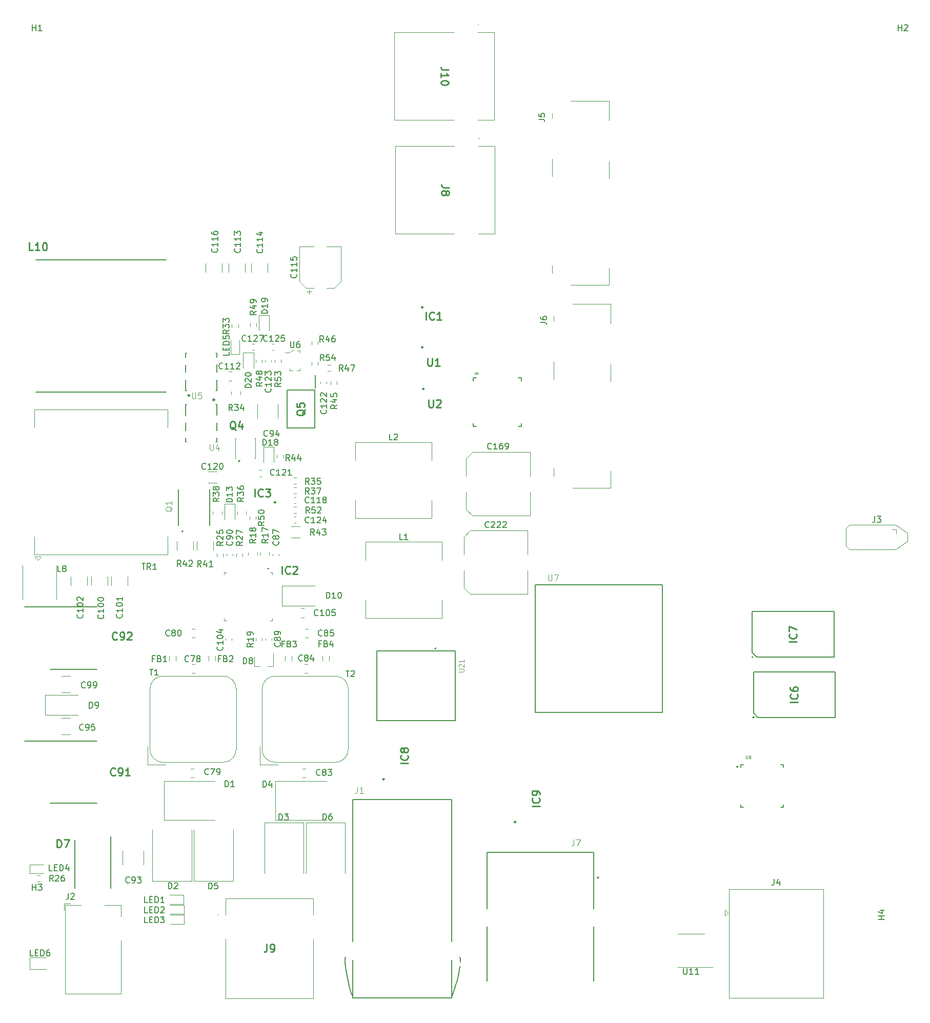
<source format=gbr>
%TF.GenerationSoftware,KiCad,Pcbnew,5.99.0-unknown-4b436fa57~104~ubuntu20.04.1*%
%TF.CreationDate,2020-10-20T16:16:34-05:00*%
%TF.ProjectId,AP2100,41503231-3030-42e6-9b69-6361645f7063,rev?*%
%TF.SameCoordinates,Original*%
%TF.FileFunction,Legend,Top*%
%TF.FilePolarity,Positive*%
%FSLAX46Y46*%
G04 Gerber Fmt 4.6, Leading zero omitted, Abs format (unit mm)*
G04 Created by KiCad (PCBNEW 5.99.0-unknown-4b436fa57~104~ubuntu20.04.1) date 2020-10-20 16:16:34*
%MOMM*%
%LPD*%
G01*
G04 APERTURE LIST*
%ADD10C,0.150000*%
%ADD11C,0.015000*%
%ADD12C,0.254000*%
%ADD13C,0.120000*%
%ADD14C,0.127000*%
%ADD15C,0.300000*%
%ADD16C,0.100000*%
%ADD17C,0.250000*%
%ADD18C,0.200000*%
%ADD19C,0.140000*%
G04 APERTURE END LIST*
D10*
%TO.C,C112*%
X34166552Y-58735592D02*
X34118933Y-58783211D01*
X33976076Y-58830830D01*
X33880838Y-58830830D01*
X33737980Y-58783211D01*
X33642742Y-58687973D01*
X33595123Y-58592735D01*
X33547504Y-58402259D01*
X33547504Y-58259402D01*
X33595123Y-58068926D01*
X33642742Y-57973688D01*
X33737980Y-57878450D01*
X33880838Y-57830830D01*
X33976076Y-57830830D01*
X34118933Y-57878450D01*
X34166552Y-57926069D01*
X35118933Y-58830830D02*
X34547504Y-58830830D01*
X34833219Y-58830830D02*
X34833219Y-57830830D01*
X34737980Y-57973688D01*
X34642742Y-58068926D01*
X34547504Y-58116545D01*
X36071314Y-58830830D02*
X35499885Y-58830830D01*
X35785600Y-58830830D02*
X35785600Y-57830830D01*
X35690361Y-57973688D01*
X35595123Y-58068926D01*
X35499885Y-58116545D01*
X36452266Y-57926069D02*
X36499885Y-57878450D01*
X36595123Y-57830830D01*
X36833219Y-57830830D01*
X36928457Y-57878450D01*
X36976076Y-57926069D01*
X37023695Y-58021307D01*
X37023695Y-58116545D01*
X36976076Y-58259402D01*
X36404647Y-58830830D01*
X37023695Y-58830830D01*
%TO.C,LED6*%
X2880952Y-155802380D02*
X2404761Y-155802380D01*
X2404761Y-154802380D01*
X3214285Y-155278571D02*
X3547619Y-155278571D01*
X3690476Y-155802380D02*
X3214285Y-155802380D01*
X3214285Y-154802380D01*
X3690476Y-154802380D01*
X4119047Y-155802380D02*
X4119047Y-154802380D01*
X4357142Y-154802380D01*
X4500000Y-154850000D01*
X4595238Y-154945238D01*
X4642857Y-155040476D01*
X4690476Y-155230952D01*
X4690476Y-155373809D01*
X4642857Y-155564285D01*
X4595238Y-155659523D01*
X4500000Y-155754761D01*
X4357142Y-155802380D01*
X4119047Y-155802380D01*
X5547619Y-154802380D02*
X5357142Y-154802380D01*
X5261904Y-154850000D01*
X5214285Y-154897619D01*
X5119047Y-155040476D01*
X5071428Y-155230952D01*
X5071428Y-155611904D01*
X5119047Y-155707142D01*
X5166666Y-155754761D01*
X5261904Y-155802380D01*
X5452380Y-155802380D01*
X5547619Y-155754761D01*
X5595238Y-155707142D01*
X5642857Y-155611904D01*
X5642857Y-155373809D01*
X5595238Y-155278571D01*
X5547619Y-155230952D01*
X5452380Y-155183333D01*
X5261904Y-155183333D01*
X5166666Y-155230952D01*
X5119047Y-155278571D01*
X5071428Y-155373809D01*
%TO.C,C89*%
X43628538Y-104073958D02*
X43676157Y-104121577D01*
X43723776Y-104264434D01*
X43723776Y-104359672D01*
X43676157Y-104502529D01*
X43580919Y-104597767D01*
X43485681Y-104645386D01*
X43295205Y-104693005D01*
X43152348Y-104693005D01*
X42961872Y-104645386D01*
X42866634Y-104597767D01*
X42771396Y-104502529D01*
X42723776Y-104359672D01*
X42723776Y-104264434D01*
X42771396Y-104121577D01*
X42819015Y-104073958D01*
X43152348Y-103502529D02*
X43104729Y-103597767D01*
X43057110Y-103645386D01*
X42961872Y-103693005D01*
X42914253Y-103693005D01*
X42819015Y-103645386D01*
X42771396Y-103597767D01*
X42723776Y-103502529D01*
X42723776Y-103312053D01*
X42771396Y-103216815D01*
X42819015Y-103169196D01*
X42914253Y-103121577D01*
X42961872Y-103121577D01*
X43057110Y-103169196D01*
X43104729Y-103216815D01*
X43152348Y-103312053D01*
X43152348Y-103502529D01*
X43199967Y-103597767D01*
X43247586Y-103645386D01*
X43342824Y-103693005D01*
X43533300Y-103693005D01*
X43628538Y-103645386D01*
X43676157Y-103597767D01*
X43723776Y-103502529D01*
X43723776Y-103312053D01*
X43676157Y-103216815D01*
X43628538Y-103169196D01*
X43533300Y-103121577D01*
X43342824Y-103121577D01*
X43247586Y-103169196D01*
X43199967Y-103216815D01*
X43152348Y-103312053D01*
X43723776Y-102645386D02*
X43723776Y-102454910D01*
X43676157Y-102359672D01*
X43628538Y-102312053D01*
X43485681Y-102216815D01*
X43295205Y-102169196D01*
X42914253Y-102169196D01*
X42819015Y-102216815D01*
X42771396Y-102264434D01*
X42723776Y-102359672D01*
X42723776Y-102550148D01*
X42771396Y-102645386D01*
X42819015Y-102693005D01*
X42914253Y-102740624D01*
X43152348Y-102740624D01*
X43247586Y-102693005D01*
X43295205Y-102645386D01*
X43342824Y-102550148D01*
X43342824Y-102359672D01*
X43295205Y-102264434D01*
X43247586Y-102216815D01*
X43152348Y-102169196D01*
%TO.C,C83*%
X50259327Y-125883942D02*
X50211708Y-125931561D01*
X50068851Y-125979180D01*
X49973613Y-125979180D01*
X49830756Y-125931561D01*
X49735518Y-125836323D01*
X49687899Y-125741085D01*
X49640280Y-125550609D01*
X49640280Y-125407752D01*
X49687899Y-125217276D01*
X49735518Y-125122038D01*
X49830756Y-125026800D01*
X49973613Y-124979180D01*
X50068851Y-124979180D01*
X50211708Y-125026800D01*
X50259327Y-125074419D01*
X50830756Y-125407752D02*
X50735518Y-125360133D01*
X50687899Y-125312514D01*
X50640280Y-125217276D01*
X50640280Y-125169657D01*
X50687899Y-125074419D01*
X50735518Y-125026800D01*
X50830756Y-124979180D01*
X51021232Y-124979180D01*
X51116470Y-125026800D01*
X51164089Y-125074419D01*
X51211708Y-125169657D01*
X51211708Y-125217276D01*
X51164089Y-125312514D01*
X51116470Y-125360133D01*
X51021232Y-125407752D01*
X50830756Y-125407752D01*
X50735518Y-125455371D01*
X50687899Y-125502990D01*
X50640280Y-125598228D01*
X50640280Y-125788704D01*
X50687899Y-125883942D01*
X50735518Y-125931561D01*
X50830756Y-125979180D01*
X51021232Y-125979180D01*
X51116470Y-125931561D01*
X51164089Y-125883942D01*
X51211708Y-125788704D01*
X51211708Y-125598228D01*
X51164089Y-125502990D01*
X51116470Y-125455371D01*
X51021232Y-125407752D01*
X51545042Y-124979180D02*
X52164089Y-124979180D01*
X51830756Y-125360133D01*
X51973613Y-125360133D01*
X52068851Y-125407752D01*
X52116470Y-125455371D01*
X52164089Y-125550609D01*
X52164089Y-125788704D01*
X52116470Y-125883942D01*
X52068851Y-125931561D01*
X51973613Y-125979180D01*
X51687899Y-125979180D01*
X51592661Y-125931561D01*
X51545042Y-125883942D01*
D11*
%TO.C,U5*%
X29107097Y-62722776D02*
X29107097Y-63533785D01*
X29154803Y-63629198D01*
X29202510Y-63676904D01*
X29297922Y-63724611D01*
X29488748Y-63724611D01*
X29584161Y-63676904D01*
X29631867Y-63629198D01*
X29679574Y-63533785D01*
X29679574Y-62722776D01*
X30633702Y-62722776D02*
X30156638Y-62722776D01*
X30108932Y-63199840D01*
X30156638Y-63152133D01*
X30252051Y-63104427D01*
X30490583Y-63104427D01*
X30585996Y-63152133D01*
X30633702Y-63199840D01*
X30681409Y-63295253D01*
X30681409Y-63533785D01*
X30633702Y-63629198D01*
X30585996Y-63676904D01*
X30490583Y-63724611D01*
X30252051Y-63724611D01*
X30156638Y-63676904D01*
X30108932Y-63629198D01*
D10*
%TO.C,U6*%
X45377195Y-54303680D02*
X45377195Y-55113204D01*
X45424814Y-55208442D01*
X45472433Y-55256061D01*
X45567671Y-55303680D01*
X45758147Y-55303680D01*
X45853385Y-55256061D01*
X45901004Y-55208442D01*
X45948623Y-55113204D01*
X45948623Y-54303680D01*
X46853385Y-54303680D02*
X46662909Y-54303680D01*
X46567671Y-54351300D01*
X46520052Y-54398919D01*
X46424814Y-54541776D01*
X46377195Y-54732252D01*
X46377195Y-55113204D01*
X46424814Y-55208442D01*
X46472433Y-55256061D01*
X46567671Y-55303680D01*
X46758147Y-55303680D01*
X46853385Y-55256061D01*
X46901004Y-55208442D01*
X46948623Y-55113204D01*
X46948623Y-54875109D01*
X46901004Y-54779871D01*
X46853385Y-54732252D01*
X46758147Y-54684633D01*
X46567671Y-54684633D01*
X46472433Y-54732252D01*
X46424814Y-54779871D01*
X46377195Y-54875109D01*
%TO.C,FB2*%
X33812851Y-106684771D02*
X33479518Y-106684771D01*
X33479518Y-107208580D02*
X33479518Y-106208580D01*
X33955708Y-106208580D01*
X34669994Y-106684771D02*
X34812851Y-106732390D01*
X34860470Y-106780009D01*
X34908089Y-106875247D01*
X34908089Y-107018104D01*
X34860470Y-107113342D01*
X34812851Y-107160961D01*
X34717613Y-107208580D01*
X34336661Y-107208580D01*
X34336661Y-106208580D01*
X34669994Y-106208580D01*
X34765232Y-106256200D01*
X34812851Y-106303819D01*
X34860470Y-106399057D01*
X34860470Y-106494295D01*
X34812851Y-106589533D01*
X34765232Y-106637152D01*
X34669994Y-106684771D01*
X34336661Y-106684771D01*
X35289042Y-106303819D02*
X35336661Y-106256200D01*
X35431899Y-106208580D01*
X35669994Y-106208580D01*
X35765232Y-106256200D01*
X35812851Y-106303819D01*
X35860470Y-106399057D01*
X35860470Y-106494295D01*
X35812851Y-106637152D01*
X35241423Y-107208580D01*
X35860470Y-107208580D01*
%TO.C,C116*%
X33250142Y-38941447D02*
X33297761Y-38989066D01*
X33345380Y-39131923D01*
X33345380Y-39227161D01*
X33297761Y-39370019D01*
X33202523Y-39465257D01*
X33107285Y-39512876D01*
X32916809Y-39560495D01*
X32773952Y-39560495D01*
X32583476Y-39512876D01*
X32488238Y-39465257D01*
X32393000Y-39370019D01*
X32345380Y-39227161D01*
X32345380Y-39131923D01*
X32393000Y-38989066D01*
X32440619Y-38941447D01*
X33345380Y-37989066D02*
X33345380Y-38560495D01*
X33345380Y-38274780D02*
X32345380Y-38274780D01*
X32488238Y-38370019D01*
X32583476Y-38465257D01*
X32631095Y-38560495D01*
X33345380Y-37036685D02*
X33345380Y-37608114D01*
X33345380Y-37322400D02*
X32345380Y-37322400D01*
X32488238Y-37417638D01*
X32583476Y-37512876D01*
X32631095Y-37608114D01*
X32345380Y-36179542D02*
X32345380Y-36370019D01*
X32393000Y-36465257D01*
X32440619Y-36512876D01*
X32583476Y-36608114D01*
X32773952Y-36655733D01*
X33154904Y-36655733D01*
X33250142Y-36608114D01*
X33297761Y-36560495D01*
X33345380Y-36465257D01*
X33345380Y-36274780D01*
X33297761Y-36179542D01*
X33250142Y-36131923D01*
X33154904Y-36084304D01*
X32916809Y-36084304D01*
X32821571Y-36131923D01*
X32773952Y-36179542D01*
X32726333Y-36274780D01*
X32726333Y-36465257D01*
X32773952Y-36560495D01*
X32821571Y-36608114D01*
X32916809Y-36655733D01*
%TO.C,C113*%
X37034742Y-38965047D02*
X37082361Y-39012666D01*
X37129980Y-39155523D01*
X37129980Y-39250761D01*
X37082361Y-39393619D01*
X36987123Y-39488857D01*
X36891885Y-39536476D01*
X36701409Y-39584095D01*
X36558552Y-39584095D01*
X36368076Y-39536476D01*
X36272838Y-39488857D01*
X36177600Y-39393619D01*
X36129980Y-39250761D01*
X36129980Y-39155523D01*
X36177600Y-39012666D01*
X36225219Y-38965047D01*
X37129980Y-38012666D02*
X37129980Y-38584095D01*
X37129980Y-38298380D02*
X36129980Y-38298380D01*
X36272838Y-38393619D01*
X36368076Y-38488857D01*
X36415695Y-38584095D01*
X37129980Y-37060285D02*
X37129980Y-37631714D01*
X37129980Y-37346000D02*
X36129980Y-37346000D01*
X36272838Y-37441238D01*
X36368076Y-37536476D01*
X36415695Y-37631714D01*
X36129980Y-36726952D02*
X36129980Y-36107904D01*
X36510933Y-36441238D01*
X36510933Y-36298380D01*
X36558552Y-36203142D01*
X36606171Y-36155523D01*
X36701409Y-36107904D01*
X36939504Y-36107904D01*
X37034742Y-36155523D01*
X37082361Y-36203142D01*
X37129980Y-36298380D01*
X37129980Y-36584095D01*
X37082361Y-36679333D01*
X37034742Y-36726952D01*
%TO.C,L1*%
X63917533Y-87052980D02*
X63441342Y-87052980D01*
X63441342Y-86052980D01*
X64774676Y-87052980D02*
X64203247Y-87052980D01*
X64488961Y-87052980D02*
X64488961Y-86052980D01*
X64393723Y-86195838D01*
X64298485Y-86291076D01*
X64203247Y-86338695D01*
D12*
%TO.C,J9*%
X41456066Y-153876323D02*
X41456066Y-154783466D01*
X41395590Y-154964895D01*
X41274638Y-155085847D01*
X41093209Y-155146323D01*
X40972257Y-155146323D01*
X42121304Y-155146323D02*
X42363209Y-155146323D01*
X42484161Y-155085847D01*
X42544638Y-155025371D01*
X42665590Y-154843942D01*
X42726066Y-154602038D01*
X42726066Y-154118228D01*
X42665590Y-153997276D01*
X42605114Y-153936800D01*
X42484161Y-153876323D01*
X42242257Y-153876323D01*
X42121304Y-153936800D01*
X42060828Y-153997276D01*
X42000352Y-154118228D01*
X42000352Y-154420609D01*
X42060828Y-154541561D01*
X42121304Y-154602038D01*
X42242257Y-154662514D01*
X42484161Y-154662514D01*
X42605114Y-154602038D01*
X42665590Y-154541561D01*
X42726066Y-154420609D01*
D10*
%TO.C,R46*%
X50842942Y-54377080D02*
X50509609Y-53900890D01*
X50271514Y-54377080D02*
X50271514Y-53377080D01*
X50652466Y-53377080D01*
X50747704Y-53424700D01*
X50795323Y-53472319D01*
X50842942Y-53567557D01*
X50842942Y-53710414D01*
X50795323Y-53805652D01*
X50747704Y-53853271D01*
X50652466Y-53900890D01*
X50271514Y-53900890D01*
X51700085Y-53710414D02*
X51700085Y-54377080D01*
X51461990Y-53329461D02*
X51223895Y-54043747D01*
X51842942Y-54043747D01*
X52652466Y-53377080D02*
X52461990Y-53377080D01*
X52366752Y-53424700D01*
X52319133Y-53472319D01*
X52223895Y-53615176D01*
X52176276Y-53805652D01*
X52176276Y-54186604D01*
X52223895Y-54281842D01*
X52271514Y-54329461D01*
X52366752Y-54377080D01*
X52557228Y-54377080D01*
X52652466Y-54329461D01*
X52700085Y-54281842D01*
X52747704Y-54186604D01*
X52747704Y-53948509D01*
X52700085Y-53853271D01*
X52652466Y-53805652D01*
X52557228Y-53758033D01*
X52366752Y-53758033D01*
X52271514Y-53805652D01*
X52223895Y-53853271D01*
X52176276Y-53948509D01*
%TO.C,C87*%
X43349138Y-87307657D02*
X43396757Y-87355276D01*
X43444376Y-87498133D01*
X43444376Y-87593371D01*
X43396757Y-87736228D01*
X43301519Y-87831466D01*
X43206281Y-87879085D01*
X43015805Y-87926704D01*
X42872948Y-87926704D01*
X42682472Y-87879085D01*
X42587234Y-87831466D01*
X42491996Y-87736228D01*
X42444376Y-87593371D01*
X42444376Y-87498133D01*
X42491996Y-87355276D01*
X42539615Y-87307657D01*
X42872948Y-86736228D02*
X42825329Y-86831466D01*
X42777710Y-86879085D01*
X42682472Y-86926704D01*
X42634853Y-86926704D01*
X42539615Y-86879085D01*
X42491996Y-86831466D01*
X42444376Y-86736228D01*
X42444376Y-86545752D01*
X42491996Y-86450514D01*
X42539615Y-86402895D01*
X42634853Y-86355276D01*
X42682472Y-86355276D01*
X42777710Y-86402895D01*
X42825329Y-86450514D01*
X42872948Y-86545752D01*
X42872948Y-86736228D01*
X42920567Y-86831466D01*
X42968186Y-86879085D01*
X43063424Y-86926704D01*
X43253900Y-86926704D01*
X43349138Y-86879085D01*
X43396757Y-86831466D01*
X43444376Y-86736228D01*
X43444376Y-86545752D01*
X43396757Y-86450514D01*
X43349138Y-86402895D01*
X43253900Y-86355276D01*
X43063424Y-86355276D01*
X42968186Y-86402895D01*
X42920567Y-86450514D01*
X42872948Y-86545752D01*
X42444376Y-86021942D02*
X42444376Y-85355276D01*
X43444376Y-85783847D01*
%TO.C,D13*%
X35784365Y-80792485D02*
X34784365Y-80792485D01*
X34784365Y-80554390D01*
X34831985Y-80411533D01*
X34927223Y-80316295D01*
X35022461Y-80268676D01*
X35212937Y-80221057D01*
X35355794Y-80221057D01*
X35546270Y-80268676D01*
X35641508Y-80316295D01*
X35736746Y-80411533D01*
X35784365Y-80554390D01*
X35784365Y-80792485D01*
X35784365Y-79268676D02*
X35784365Y-79840104D01*
X35784365Y-79554390D02*
X34784365Y-79554390D01*
X34927223Y-79649628D01*
X35022461Y-79744866D01*
X35070080Y-79840104D01*
X34784365Y-78935342D02*
X34784365Y-78316295D01*
X35165318Y-78649628D01*
X35165318Y-78506771D01*
X35212937Y-78411533D01*
X35260556Y-78363914D01*
X35355794Y-78316295D01*
X35593889Y-78316295D01*
X35689127Y-78363914D01*
X35736746Y-78411533D01*
X35784365Y-78506771D01*
X35784365Y-78792485D01*
X35736746Y-78887723D01*
X35689127Y-78935342D01*
%TO.C,R41*%
X30624542Y-91485980D02*
X30291209Y-91009790D01*
X30053114Y-91485980D02*
X30053114Y-90485980D01*
X30434066Y-90485980D01*
X30529304Y-90533600D01*
X30576923Y-90581219D01*
X30624542Y-90676457D01*
X30624542Y-90819314D01*
X30576923Y-90914552D01*
X30529304Y-90962171D01*
X30434066Y-91009790D01*
X30053114Y-91009790D01*
X31481685Y-90819314D02*
X31481685Y-91485980D01*
X31243590Y-90438361D02*
X31005495Y-91152647D01*
X31624542Y-91152647D01*
X32529304Y-91485980D02*
X31957876Y-91485980D01*
X32243590Y-91485980D02*
X32243590Y-90485980D01*
X32148352Y-90628838D01*
X32053114Y-90724076D01*
X31957876Y-90771695D01*
%TO.C,R17*%
X41640976Y-86952057D02*
X41164786Y-87285390D01*
X41640976Y-87523485D02*
X40640976Y-87523485D01*
X40640976Y-87142533D01*
X40688596Y-87047295D01*
X40736215Y-86999676D01*
X40831453Y-86952057D01*
X40974310Y-86952057D01*
X41069548Y-86999676D01*
X41117167Y-87047295D01*
X41164786Y-87142533D01*
X41164786Y-87523485D01*
X41640976Y-85999676D02*
X41640976Y-86571104D01*
X41640976Y-86285390D02*
X40640976Y-86285390D01*
X40783834Y-86380628D01*
X40879072Y-86475866D01*
X40926691Y-86571104D01*
X40640976Y-85666342D02*
X40640976Y-84999676D01*
X41640976Y-85428247D01*
%TO.C,C95*%
X11143327Y-118416342D02*
X11095708Y-118463961D01*
X10952851Y-118511580D01*
X10857613Y-118511580D01*
X10714756Y-118463961D01*
X10619518Y-118368723D01*
X10571899Y-118273485D01*
X10524280Y-118083009D01*
X10524280Y-117940152D01*
X10571899Y-117749676D01*
X10619518Y-117654438D01*
X10714756Y-117559200D01*
X10857613Y-117511580D01*
X10952851Y-117511580D01*
X11095708Y-117559200D01*
X11143327Y-117606819D01*
X11619518Y-118511580D02*
X11809994Y-118511580D01*
X11905232Y-118463961D01*
X11952851Y-118416342D01*
X12048089Y-118273485D01*
X12095708Y-118083009D01*
X12095708Y-117702057D01*
X12048089Y-117606819D01*
X12000470Y-117559200D01*
X11905232Y-117511580D01*
X11714756Y-117511580D01*
X11619518Y-117559200D01*
X11571899Y-117606819D01*
X11524280Y-117702057D01*
X11524280Y-117940152D01*
X11571899Y-118035390D01*
X11619518Y-118083009D01*
X11714756Y-118130628D01*
X11905232Y-118130628D01*
X12000470Y-118083009D01*
X12048089Y-118035390D01*
X12095708Y-117940152D01*
X13000470Y-117511580D02*
X12524280Y-117511580D01*
X12476661Y-117987771D01*
X12524280Y-117940152D01*
X12619518Y-117892533D01*
X12857613Y-117892533D01*
X12952851Y-117940152D01*
X13000470Y-117987771D01*
X13048089Y-118083009D01*
X13048089Y-118321104D01*
X13000470Y-118416342D01*
X12952851Y-118463961D01*
X12857613Y-118511580D01*
X12619518Y-118511580D01*
X12524280Y-118463961D01*
X12476661Y-118416342D01*
%TO.C,FB4*%
X50373651Y-104220971D02*
X50040318Y-104220971D01*
X50040318Y-104744780D02*
X50040318Y-103744780D01*
X50516508Y-103744780D01*
X51230794Y-104220971D02*
X51373651Y-104268590D01*
X51421270Y-104316209D01*
X51468889Y-104411447D01*
X51468889Y-104554304D01*
X51421270Y-104649542D01*
X51373651Y-104697161D01*
X51278413Y-104744780D01*
X50897461Y-104744780D01*
X50897461Y-103744780D01*
X51230794Y-103744780D01*
X51326032Y-103792400D01*
X51373651Y-103840019D01*
X51421270Y-103935257D01*
X51421270Y-104030495D01*
X51373651Y-104125733D01*
X51326032Y-104173352D01*
X51230794Y-104220971D01*
X50897461Y-104220971D01*
X52326032Y-104078114D02*
X52326032Y-104744780D01*
X52087937Y-103697161D02*
X51849842Y-104411447D01*
X52468889Y-104411447D01*
%TO.C,C118*%
X48424737Y-80882744D02*
X48377118Y-80930363D01*
X48234261Y-80977982D01*
X48139023Y-80977982D01*
X47996165Y-80930363D01*
X47900927Y-80835125D01*
X47853308Y-80739887D01*
X47805689Y-80549411D01*
X47805689Y-80406554D01*
X47853308Y-80216078D01*
X47900927Y-80120840D01*
X47996165Y-80025602D01*
X48139023Y-79977982D01*
X48234261Y-79977982D01*
X48377118Y-80025602D01*
X48424737Y-80073221D01*
X49377118Y-80977982D02*
X48805689Y-80977982D01*
X49091404Y-80977982D02*
X49091404Y-79977982D01*
X48996165Y-80120840D01*
X48900927Y-80216078D01*
X48805689Y-80263697D01*
X50329499Y-80977982D02*
X49758070Y-80977982D01*
X50043785Y-80977982D02*
X50043785Y-79977982D01*
X49948546Y-80120840D01*
X49853308Y-80216078D01*
X49758070Y-80263697D01*
X50900927Y-80406554D02*
X50805689Y-80358935D01*
X50758070Y-80311316D01*
X50710451Y-80216078D01*
X50710451Y-80168459D01*
X50758070Y-80073221D01*
X50805689Y-80025602D01*
X50900927Y-79977982D01*
X51091404Y-79977982D01*
X51186642Y-80025602D01*
X51234261Y-80073221D01*
X51281880Y-80168459D01*
X51281880Y-80216078D01*
X51234261Y-80311316D01*
X51186642Y-80358935D01*
X51091404Y-80406554D01*
X50900927Y-80406554D01*
X50805689Y-80454173D01*
X50758070Y-80501792D01*
X50710451Y-80597030D01*
X50710451Y-80787506D01*
X50758070Y-80882744D01*
X50805689Y-80930363D01*
X50900927Y-80977982D01*
X51091404Y-80977982D01*
X51186642Y-80930363D01*
X51234261Y-80882744D01*
X51281880Y-80787506D01*
X51281880Y-80597030D01*
X51234261Y-80501792D01*
X51186642Y-80454173D01*
X51091404Y-80406554D01*
%TO.C,D6*%
X50721889Y-133307776D02*
X50721889Y-132307776D01*
X50959985Y-132307776D01*
X51102842Y-132355396D01*
X51198080Y-132450634D01*
X51245699Y-132545872D01*
X51293318Y-132736348D01*
X51293318Y-132879205D01*
X51245699Y-133069681D01*
X51198080Y-133164919D01*
X51102842Y-133260157D01*
X50959985Y-133307776D01*
X50721889Y-133307776D01*
X52150461Y-132307776D02*
X51959985Y-132307776D01*
X51864746Y-132355396D01*
X51817127Y-132403015D01*
X51721889Y-132545872D01*
X51674270Y-132736348D01*
X51674270Y-133117300D01*
X51721889Y-133212538D01*
X51769508Y-133260157D01*
X51864746Y-133307776D01*
X52055223Y-133307776D01*
X52150461Y-133260157D01*
X52198080Y-133212538D01*
X52245699Y-133117300D01*
X52245699Y-132879205D01*
X52198080Y-132783967D01*
X52150461Y-132736348D01*
X52055223Y-132688729D01*
X51864746Y-132688729D01*
X51769508Y-132736348D01*
X51721889Y-132783967D01*
X51674270Y-132879205D01*
%TO.C,FB3*%
X44328451Y-104246371D02*
X43995118Y-104246371D01*
X43995118Y-104770180D02*
X43995118Y-103770180D01*
X44471308Y-103770180D01*
X45185594Y-104246371D02*
X45328451Y-104293990D01*
X45376070Y-104341609D01*
X45423689Y-104436847D01*
X45423689Y-104579704D01*
X45376070Y-104674942D01*
X45328451Y-104722561D01*
X45233213Y-104770180D01*
X44852261Y-104770180D01*
X44852261Y-103770180D01*
X45185594Y-103770180D01*
X45280832Y-103817800D01*
X45328451Y-103865419D01*
X45376070Y-103960657D01*
X45376070Y-104055895D01*
X45328451Y-104151133D01*
X45280832Y-104198752D01*
X45185594Y-104246371D01*
X44852261Y-104246371D01*
X45757023Y-103770180D02*
X46376070Y-103770180D01*
X46042737Y-104151133D01*
X46185594Y-104151133D01*
X46280832Y-104198752D01*
X46328451Y-104246371D01*
X46376070Y-104341609D01*
X46376070Y-104579704D01*
X46328451Y-104674942D01*
X46280832Y-104722561D01*
X46185594Y-104770180D01*
X45899880Y-104770180D01*
X45804642Y-104722561D01*
X45757023Y-104674942D01*
%TO.C,LED4*%
X6043652Y-141701780D02*
X5567461Y-141701780D01*
X5567461Y-140701780D01*
X6376985Y-141177971D02*
X6710319Y-141177971D01*
X6853176Y-141701780D02*
X6376985Y-141701780D01*
X6376985Y-140701780D01*
X6853176Y-140701780D01*
X7281747Y-141701780D02*
X7281747Y-140701780D01*
X7519842Y-140701780D01*
X7662700Y-140749400D01*
X7757938Y-140844638D01*
X7805557Y-140939876D01*
X7853176Y-141130352D01*
X7853176Y-141273209D01*
X7805557Y-141463685D01*
X7757938Y-141558923D01*
X7662700Y-141654161D01*
X7519842Y-141701780D01*
X7281747Y-141701780D01*
X8710319Y-141035114D02*
X8710319Y-141701780D01*
X8472223Y-140654161D02*
X8234128Y-141368447D01*
X8853176Y-141368447D01*
%TO.C,H3*%
X2738095Y-144952380D02*
X2738095Y-143952380D01*
X2738095Y-144428571D02*
X3309523Y-144428571D01*
X3309523Y-144952380D02*
X3309523Y-143952380D01*
X3690476Y-143952380D02*
X4309523Y-143952380D01*
X3976190Y-144333333D01*
X4119047Y-144333333D01*
X4214285Y-144380952D01*
X4261904Y-144428571D01*
X4309523Y-144523809D01*
X4309523Y-144761904D01*
X4261904Y-144857142D01*
X4214285Y-144904761D01*
X4119047Y-144952380D01*
X3833333Y-144952380D01*
X3738095Y-144904761D01*
X3690476Y-144857142D01*
%TO.C,C122*%
X51220642Y-65622347D02*
X51268261Y-65669966D01*
X51315880Y-65812823D01*
X51315880Y-65908061D01*
X51268261Y-66050919D01*
X51173023Y-66146157D01*
X51077785Y-66193776D01*
X50887309Y-66241395D01*
X50744452Y-66241395D01*
X50553976Y-66193776D01*
X50458738Y-66146157D01*
X50363500Y-66050919D01*
X50315880Y-65908061D01*
X50315880Y-65812823D01*
X50363500Y-65669966D01*
X50411119Y-65622347D01*
X51315880Y-64669966D02*
X51315880Y-65241395D01*
X51315880Y-64955680D02*
X50315880Y-64955680D01*
X50458738Y-65050919D01*
X50553976Y-65146157D01*
X50601595Y-65241395D01*
X50411119Y-64289014D02*
X50363500Y-64241395D01*
X50315880Y-64146157D01*
X50315880Y-63908061D01*
X50363500Y-63812823D01*
X50411119Y-63765204D01*
X50506357Y-63717585D01*
X50601595Y-63717585D01*
X50744452Y-63765204D01*
X51315880Y-64336633D01*
X51315880Y-63717585D01*
X50411119Y-63336633D02*
X50363500Y-63289014D01*
X50315880Y-63193776D01*
X50315880Y-62955680D01*
X50363500Y-62860442D01*
X50411119Y-62812823D01*
X50506357Y-62765204D01*
X50601595Y-62765204D01*
X50744452Y-62812823D01*
X51315880Y-63384252D01*
X51315880Y-62765204D01*
%TO.C,R38*%
X33584964Y-80141056D02*
X33108774Y-80474389D01*
X33584964Y-80712484D02*
X32584964Y-80712484D01*
X32584964Y-80331532D01*
X32632584Y-80236294D01*
X32680203Y-80188675D01*
X32775441Y-80141056D01*
X32918298Y-80141056D01*
X33013536Y-80188675D01*
X33061155Y-80236294D01*
X33108774Y-80331532D01*
X33108774Y-80712484D01*
X32584964Y-79807722D02*
X32584964Y-79188675D01*
X32965917Y-79522008D01*
X32965917Y-79379151D01*
X33013536Y-79283913D01*
X33061155Y-79236294D01*
X33156393Y-79188675D01*
X33394488Y-79188675D01*
X33489726Y-79236294D01*
X33537345Y-79283913D01*
X33584964Y-79379151D01*
X33584964Y-79664865D01*
X33537345Y-79760103D01*
X33489726Y-79807722D01*
X33013536Y-78617246D02*
X32965917Y-78712484D01*
X32918298Y-78760103D01*
X32823060Y-78807722D01*
X32775441Y-78807722D01*
X32680203Y-78760103D01*
X32632584Y-78712484D01*
X32584964Y-78617246D01*
X32584964Y-78426770D01*
X32632584Y-78331532D01*
X32680203Y-78283913D01*
X32775441Y-78236294D01*
X32823060Y-78236294D01*
X32918298Y-78283913D01*
X32965917Y-78331532D01*
X33013536Y-78426770D01*
X33013536Y-78617246D01*
X33061155Y-78712484D01*
X33108774Y-78760103D01*
X33204012Y-78807722D01*
X33394488Y-78807722D01*
X33489726Y-78760103D01*
X33537345Y-78712484D01*
X33584964Y-78617246D01*
X33584964Y-78426770D01*
X33537345Y-78331532D01*
X33489726Y-78283913D01*
X33394488Y-78236294D01*
X33204012Y-78236294D01*
X33108774Y-78283913D01*
X33061155Y-78331532D01*
X33013536Y-78426770D01*
%TO.C,C104*%
X34114327Y-104700247D02*
X34161946Y-104747866D01*
X34209565Y-104890723D01*
X34209565Y-104985961D01*
X34161946Y-105128819D01*
X34066708Y-105224057D01*
X33971470Y-105271676D01*
X33780994Y-105319295D01*
X33638137Y-105319295D01*
X33447661Y-105271676D01*
X33352423Y-105224057D01*
X33257185Y-105128819D01*
X33209565Y-104985961D01*
X33209565Y-104890723D01*
X33257185Y-104747866D01*
X33304804Y-104700247D01*
X34209565Y-103747866D02*
X34209565Y-104319295D01*
X34209565Y-104033580D02*
X33209565Y-104033580D01*
X33352423Y-104128819D01*
X33447661Y-104224057D01*
X33495280Y-104319295D01*
X33209565Y-103128819D02*
X33209565Y-103033580D01*
X33257185Y-102938342D01*
X33304804Y-102890723D01*
X33400042Y-102843104D01*
X33590518Y-102795485D01*
X33828613Y-102795485D01*
X34019089Y-102843104D01*
X34114327Y-102890723D01*
X34161946Y-102938342D01*
X34209565Y-103033580D01*
X34209565Y-103128819D01*
X34161946Y-103224057D01*
X34114327Y-103271676D01*
X34019089Y-103319295D01*
X33828613Y-103366914D01*
X33590518Y-103366914D01*
X33400042Y-103319295D01*
X33304804Y-103271676D01*
X33257185Y-103224057D01*
X33209565Y-103128819D01*
X33542899Y-101938342D02*
X34209565Y-101938342D01*
X33161946Y-102176438D02*
X33876232Y-102414533D01*
X33876232Y-101795485D01*
%TO.C,C127*%
X37996952Y-54154342D02*
X37949333Y-54201961D01*
X37806476Y-54249580D01*
X37711238Y-54249580D01*
X37568380Y-54201961D01*
X37473142Y-54106723D01*
X37425523Y-54011485D01*
X37377904Y-53821009D01*
X37377904Y-53678152D01*
X37425523Y-53487676D01*
X37473142Y-53392438D01*
X37568380Y-53297200D01*
X37711238Y-53249580D01*
X37806476Y-53249580D01*
X37949333Y-53297200D01*
X37996952Y-53344819D01*
X38949333Y-54249580D02*
X38377904Y-54249580D01*
X38663619Y-54249580D02*
X38663619Y-53249580D01*
X38568380Y-53392438D01*
X38473142Y-53487676D01*
X38377904Y-53535295D01*
X39330285Y-53344819D02*
X39377904Y-53297200D01*
X39473142Y-53249580D01*
X39711238Y-53249580D01*
X39806476Y-53297200D01*
X39854095Y-53344819D01*
X39901714Y-53440057D01*
X39901714Y-53535295D01*
X39854095Y-53678152D01*
X39282666Y-54249580D01*
X39901714Y-54249580D01*
X40235047Y-53249580D02*
X40901714Y-53249580D01*
X40473142Y-54249580D01*
%TO.C,C123*%
X42076642Y-62066347D02*
X42124261Y-62113966D01*
X42171880Y-62256823D01*
X42171880Y-62352061D01*
X42124261Y-62494919D01*
X42029023Y-62590157D01*
X41933785Y-62637776D01*
X41743309Y-62685395D01*
X41600452Y-62685395D01*
X41409976Y-62637776D01*
X41314738Y-62590157D01*
X41219500Y-62494919D01*
X41171880Y-62352061D01*
X41171880Y-62256823D01*
X41219500Y-62113966D01*
X41267119Y-62066347D01*
X42171880Y-61113966D02*
X42171880Y-61685395D01*
X42171880Y-61399680D02*
X41171880Y-61399680D01*
X41314738Y-61494919D01*
X41409976Y-61590157D01*
X41457595Y-61685395D01*
X41267119Y-60733014D02*
X41219500Y-60685395D01*
X41171880Y-60590157D01*
X41171880Y-60352061D01*
X41219500Y-60256823D01*
X41267119Y-60209204D01*
X41362357Y-60161585D01*
X41457595Y-60161585D01*
X41600452Y-60209204D01*
X42171880Y-60780633D01*
X42171880Y-60161585D01*
X41171880Y-59828252D02*
X41171880Y-59209204D01*
X41552833Y-59542538D01*
X41552833Y-59399680D01*
X41600452Y-59304442D01*
X41648071Y-59256823D01*
X41743309Y-59209204D01*
X41981404Y-59209204D01*
X42076642Y-59256823D01*
X42124261Y-59304442D01*
X42171880Y-59399680D01*
X42171880Y-59685395D01*
X42124261Y-59780633D01*
X42076642Y-59828252D01*
%TO.C,D19*%
X41574980Y-49626685D02*
X40574980Y-49626685D01*
X40574980Y-49388590D01*
X40622600Y-49245733D01*
X40717838Y-49150495D01*
X40813076Y-49102876D01*
X41003552Y-49055257D01*
X41146409Y-49055257D01*
X41336885Y-49102876D01*
X41432123Y-49150495D01*
X41527361Y-49245733D01*
X41574980Y-49388590D01*
X41574980Y-49626685D01*
X41574980Y-48102876D02*
X41574980Y-48674304D01*
X41574980Y-48388590D02*
X40574980Y-48388590D01*
X40717838Y-48483828D01*
X40813076Y-48579066D01*
X40860695Y-48674304D01*
X41574980Y-47626685D02*
X41574980Y-47436209D01*
X41527361Y-47340971D01*
X41479742Y-47293352D01*
X41336885Y-47198114D01*
X41146409Y-47150495D01*
X40765457Y-47150495D01*
X40670219Y-47198114D01*
X40622600Y-47245733D01*
X40574980Y-47340971D01*
X40574980Y-47531447D01*
X40622600Y-47626685D01*
X40670219Y-47674304D01*
X40765457Y-47721923D01*
X41003552Y-47721923D01*
X41098790Y-47674304D01*
X41146409Y-47626685D01*
X41194028Y-47531447D01*
X41194028Y-47340971D01*
X41146409Y-47245733D01*
X41098790Y-47198114D01*
X41003552Y-47150495D01*
D12*
%TO.C,L10*%
X2841756Y-39233323D02*
X2236994Y-39233323D01*
X2236994Y-37963323D01*
X3930327Y-39233323D02*
X3204613Y-39233323D01*
X3567470Y-39233323D02*
X3567470Y-37963323D01*
X3446518Y-38144752D01*
X3325565Y-38265704D01*
X3204613Y-38326180D01*
X4716518Y-37963323D02*
X4837470Y-37963323D01*
X4958423Y-38023800D01*
X5018899Y-38084276D01*
X5079375Y-38205228D01*
X5139851Y-38447133D01*
X5139851Y-38749514D01*
X5079375Y-38991419D01*
X5018899Y-39112371D01*
X4958423Y-39172847D01*
X4837470Y-39233323D01*
X4716518Y-39233323D01*
X4595565Y-39172847D01*
X4535089Y-39112371D01*
X4474613Y-38991419D01*
X4414137Y-38749514D01*
X4414137Y-38447133D01*
X4474613Y-38205228D01*
X4535089Y-38084276D01*
X4595565Y-38023800D01*
X4716518Y-37963323D01*
D10*
%TO.C,C105*%
X49924748Y-99495643D02*
X49877129Y-99543262D01*
X49734272Y-99590881D01*
X49639034Y-99590881D01*
X49496176Y-99543262D01*
X49400938Y-99448024D01*
X49353319Y-99352786D01*
X49305700Y-99162310D01*
X49305700Y-99019453D01*
X49353319Y-98828977D01*
X49400938Y-98733739D01*
X49496176Y-98638501D01*
X49639034Y-98590881D01*
X49734272Y-98590881D01*
X49877129Y-98638501D01*
X49924748Y-98686120D01*
X50877129Y-99590881D02*
X50305700Y-99590881D01*
X50591415Y-99590881D02*
X50591415Y-98590881D01*
X50496176Y-98733739D01*
X50400938Y-98828977D01*
X50305700Y-98876596D01*
X51496176Y-98590881D02*
X51591415Y-98590881D01*
X51686653Y-98638501D01*
X51734272Y-98686120D01*
X51781891Y-98781358D01*
X51829510Y-98971834D01*
X51829510Y-99209929D01*
X51781891Y-99400405D01*
X51734272Y-99495643D01*
X51686653Y-99543262D01*
X51591415Y-99590881D01*
X51496176Y-99590881D01*
X51400938Y-99543262D01*
X51353319Y-99495643D01*
X51305700Y-99400405D01*
X51258081Y-99209929D01*
X51258081Y-98971834D01*
X51305700Y-98781358D01*
X51353319Y-98686120D01*
X51400938Y-98638501D01*
X51496176Y-98590881D01*
X52734272Y-98590881D02*
X52258081Y-98590881D01*
X52210462Y-99067072D01*
X52258081Y-99019453D01*
X52353319Y-98971834D01*
X52591415Y-98971834D01*
X52686653Y-99019453D01*
X52734272Y-99067072D01*
X52781891Y-99162310D01*
X52781891Y-99400405D01*
X52734272Y-99495643D01*
X52686653Y-99543262D01*
X52591415Y-99590881D01*
X52353319Y-99590881D01*
X52258081Y-99543262D01*
X52210462Y-99495643D01*
%TO.C,R19*%
X39202576Y-104149158D02*
X38726386Y-104482491D01*
X39202576Y-104720586D02*
X38202576Y-104720586D01*
X38202576Y-104339634D01*
X38250196Y-104244396D01*
X38297815Y-104196777D01*
X38393053Y-104149158D01*
X38535910Y-104149158D01*
X38631148Y-104196777D01*
X38678767Y-104244396D01*
X38726386Y-104339634D01*
X38726386Y-104720586D01*
X39202576Y-103196777D02*
X39202576Y-103768205D01*
X39202576Y-103482491D02*
X38202576Y-103482491D01*
X38345434Y-103577729D01*
X38440672Y-103672967D01*
X38488291Y-103768205D01*
X39202576Y-102720586D02*
X39202576Y-102530110D01*
X39154957Y-102434872D01*
X39107338Y-102387253D01*
X38964481Y-102292015D01*
X38774005Y-102244396D01*
X38393053Y-102244396D01*
X38297815Y-102292015D01*
X38250196Y-102339634D01*
X38202576Y-102434872D01*
X38202576Y-102625348D01*
X38250196Y-102720586D01*
X38297815Y-102768205D01*
X38393053Y-102815824D01*
X38631148Y-102815824D01*
X38726386Y-102768205D01*
X38774005Y-102720586D01*
X38821624Y-102625348D01*
X38821624Y-102434872D01*
X38774005Y-102339634D01*
X38726386Y-102292015D01*
X38631148Y-102244396D01*
%TO.C,C90*%
X35703738Y-87333057D02*
X35751357Y-87380676D01*
X35798976Y-87523533D01*
X35798976Y-87618771D01*
X35751357Y-87761628D01*
X35656119Y-87856866D01*
X35560881Y-87904485D01*
X35370405Y-87952104D01*
X35227548Y-87952104D01*
X35037072Y-87904485D01*
X34941834Y-87856866D01*
X34846596Y-87761628D01*
X34798976Y-87618771D01*
X34798976Y-87523533D01*
X34846596Y-87380676D01*
X34894215Y-87333057D01*
X35798976Y-86856866D02*
X35798976Y-86666390D01*
X35751357Y-86571152D01*
X35703738Y-86523533D01*
X35560881Y-86428295D01*
X35370405Y-86380676D01*
X34989453Y-86380676D01*
X34894215Y-86428295D01*
X34846596Y-86475914D01*
X34798976Y-86571152D01*
X34798976Y-86761628D01*
X34846596Y-86856866D01*
X34894215Y-86904485D01*
X34989453Y-86952104D01*
X35227548Y-86952104D01*
X35322786Y-86904485D01*
X35370405Y-86856866D01*
X35418024Y-86761628D01*
X35418024Y-86571152D01*
X35370405Y-86475914D01*
X35322786Y-86428295D01*
X35227548Y-86380676D01*
X34798976Y-85761628D02*
X34798976Y-85666390D01*
X34846596Y-85571152D01*
X34894215Y-85523533D01*
X34989453Y-85475914D01*
X35179929Y-85428295D01*
X35418024Y-85428295D01*
X35608500Y-85475914D01*
X35703738Y-85523533D01*
X35751357Y-85571152D01*
X35798976Y-85666390D01*
X35798976Y-85761628D01*
X35751357Y-85856866D01*
X35703738Y-85904485D01*
X35608500Y-85952104D01*
X35418024Y-85999723D01*
X35179929Y-85999723D01*
X34989453Y-85952104D01*
X34894215Y-85904485D01*
X34846596Y-85856866D01*
X34798976Y-85761628D01*
%TO.C,H1*%
X2738095Y-2952380D02*
X2738095Y-1952380D01*
X2738095Y-2428571D02*
X3309523Y-2428571D01*
X3309523Y-2952380D02*
X3309523Y-1952380D01*
X4309523Y-2952380D02*
X3738095Y-2952380D01*
X4023809Y-2952380D02*
X4023809Y-1952380D01*
X3928571Y-2095238D01*
X3833333Y-2190476D01*
X3738095Y-2238095D01*
D12*
%TO.C,IC8*%
X64811123Y-123972561D02*
X63541123Y-123972561D01*
X64690171Y-122642085D02*
X64750647Y-122702561D01*
X64811123Y-122883990D01*
X64811123Y-123004942D01*
X64750647Y-123186371D01*
X64629695Y-123307323D01*
X64508742Y-123367800D01*
X64266838Y-123428276D01*
X64085409Y-123428276D01*
X63843504Y-123367800D01*
X63722552Y-123307323D01*
X63601600Y-123186371D01*
X63541123Y-123004942D01*
X63541123Y-122883990D01*
X63601600Y-122702561D01*
X63662076Y-122642085D01*
X64085409Y-121916371D02*
X64024933Y-122037323D01*
X63964457Y-122097800D01*
X63843504Y-122158276D01*
X63783028Y-122158276D01*
X63662076Y-122097800D01*
X63601600Y-122037323D01*
X63541123Y-121916371D01*
X63541123Y-121674466D01*
X63601600Y-121553514D01*
X63662076Y-121493038D01*
X63783028Y-121432561D01*
X63843504Y-121432561D01*
X63964457Y-121493038D01*
X64024933Y-121553514D01*
X64085409Y-121674466D01*
X64085409Y-121916371D01*
X64145885Y-122037323D01*
X64206361Y-122097800D01*
X64327314Y-122158276D01*
X64569219Y-122158276D01*
X64690171Y-122097800D01*
X64750647Y-122037323D01*
X64811123Y-121916371D01*
X64811123Y-121674466D01*
X64750647Y-121553514D01*
X64690171Y-121493038D01*
X64569219Y-121432561D01*
X64327314Y-121432561D01*
X64206361Y-121493038D01*
X64145885Y-121553514D01*
X64085409Y-121674466D01*
D10*
%TO.C,LED1*%
X21760554Y-146987230D02*
X21284363Y-146987230D01*
X21284363Y-145987230D01*
X22093887Y-146463421D02*
X22427221Y-146463421D01*
X22570078Y-146987230D02*
X22093887Y-146987230D01*
X22093887Y-145987230D01*
X22570078Y-145987230D01*
X22998649Y-146987230D02*
X22998649Y-145987230D01*
X23236744Y-145987230D01*
X23379602Y-146034850D01*
X23474840Y-146130088D01*
X23522459Y-146225326D01*
X23570078Y-146415802D01*
X23570078Y-146558659D01*
X23522459Y-146749135D01*
X23474840Y-146844373D01*
X23379602Y-146939611D01*
X23236744Y-146987230D01*
X22998649Y-146987230D01*
X24522459Y-146987230D02*
X23951030Y-146987230D01*
X24236744Y-146987230D02*
X24236744Y-145987230D01*
X24141506Y-146130088D01*
X24046268Y-146225326D01*
X23951030Y-146272945D01*
%TO.C,R49*%
X39695380Y-49258457D02*
X39219190Y-49591790D01*
X39695380Y-49829885D02*
X38695380Y-49829885D01*
X38695380Y-49448933D01*
X38743000Y-49353695D01*
X38790619Y-49306076D01*
X38885857Y-49258457D01*
X39028714Y-49258457D01*
X39123952Y-49306076D01*
X39171571Y-49353695D01*
X39219190Y-49448933D01*
X39219190Y-49829885D01*
X39028714Y-48401314D02*
X39695380Y-48401314D01*
X38647761Y-48639409D02*
X39362047Y-48877504D01*
X39362047Y-48258457D01*
X39695380Y-47829885D02*
X39695380Y-47639409D01*
X39647761Y-47544171D01*
X39600142Y-47496552D01*
X39457285Y-47401314D01*
X39266809Y-47353695D01*
X38885857Y-47353695D01*
X38790619Y-47401314D01*
X38743000Y-47448933D01*
X38695380Y-47544171D01*
X38695380Y-47734647D01*
X38743000Y-47829885D01*
X38790619Y-47877504D01*
X38885857Y-47925123D01*
X39123952Y-47925123D01*
X39219190Y-47877504D01*
X39266809Y-47829885D01*
X39314428Y-47734647D01*
X39314428Y-47544171D01*
X39266809Y-47448933D01*
X39219190Y-47401314D01*
X39123952Y-47353695D01*
%TO.C,R42*%
X27271742Y-91460580D02*
X26938409Y-90984390D01*
X26700314Y-91460580D02*
X26700314Y-90460580D01*
X27081266Y-90460580D01*
X27176504Y-90508200D01*
X27224123Y-90555819D01*
X27271742Y-90651057D01*
X27271742Y-90793914D01*
X27224123Y-90889152D01*
X27176504Y-90936771D01*
X27081266Y-90984390D01*
X26700314Y-90984390D01*
X28128885Y-90793914D02*
X28128885Y-91460580D01*
X27890790Y-90412961D02*
X27652695Y-91127247D01*
X28271742Y-91127247D01*
X28605076Y-90555819D02*
X28652695Y-90508200D01*
X28747933Y-90460580D01*
X28986028Y-90460580D01*
X29081266Y-90508200D01*
X29128885Y-90555819D01*
X29176504Y-90651057D01*
X29176504Y-90746295D01*
X29128885Y-90889152D01*
X28557457Y-91460580D01*
X29176504Y-91460580D01*
%TO.C,C120*%
X31370551Y-75302142D02*
X31322932Y-75349761D01*
X31180075Y-75397380D01*
X31084837Y-75397380D01*
X30941979Y-75349761D01*
X30846741Y-75254523D01*
X30799122Y-75159285D01*
X30751503Y-74968809D01*
X30751503Y-74825952D01*
X30799122Y-74635476D01*
X30846741Y-74540238D01*
X30941979Y-74445000D01*
X31084837Y-74397380D01*
X31180075Y-74397380D01*
X31322932Y-74445000D01*
X31370551Y-74492619D01*
X32322932Y-75397380D02*
X31751503Y-75397380D01*
X32037218Y-75397380D02*
X32037218Y-74397380D01*
X31941979Y-74540238D01*
X31846741Y-74635476D01*
X31751503Y-74683095D01*
X32703884Y-74492619D02*
X32751503Y-74445000D01*
X32846741Y-74397380D01*
X33084837Y-74397380D01*
X33180075Y-74445000D01*
X33227694Y-74492619D01*
X33275313Y-74587857D01*
X33275313Y-74683095D01*
X33227694Y-74825952D01*
X32656265Y-75397380D01*
X33275313Y-75397380D01*
X33894360Y-74397380D02*
X33989599Y-74397380D01*
X34084837Y-74445000D01*
X34132456Y-74492619D01*
X34180075Y-74587857D01*
X34227694Y-74778333D01*
X34227694Y-75016428D01*
X34180075Y-75206904D01*
X34132456Y-75302142D01*
X34084837Y-75349761D01*
X33989599Y-75397380D01*
X33894360Y-75397380D01*
X33799122Y-75349761D01*
X33751503Y-75302142D01*
X33703884Y-75206904D01*
X33656265Y-75016428D01*
X33656265Y-74778333D01*
X33703884Y-74587857D01*
X33751503Y-74492619D01*
X33799122Y-74445000D01*
X33894360Y-74397380D01*
%TO.C,C222*%
X78154352Y-84936742D02*
X78106733Y-84984361D01*
X77963876Y-85031980D01*
X77868638Y-85031980D01*
X77725780Y-84984361D01*
X77630542Y-84889123D01*
X77582923Y-84793885D01*
X77535304Y-84603409D01*
X77535304Y-84460552D01*
X77582923Y-84270076D01*
X77630542Y-84174838D01*
X77725780Y-84079600D01*
X77868638Y-84031980D01*
X77963876Y-84031980D01*
X78106733Y-84079600D01*
X78154352Y-84127219D01*
X78535304Y-84127219D02*
X78582923Y-84079600D01*
X78678161Y-84031980D01*
X78916257Y-84031980D01*
X79011495Y-84079600D01*
X79059114Y-84127219D01*
X79106733Y-84222457D01*
X79106733Y-84317695D01*
X79059114Y-84460552D01*
X78487685Y-85031980D01*
X79106733Y-85031980D01*
X79487685Y-84127219D02*
X79535304Y-84079600D01*
X79630542Y-84031980D01*
X79868638Y-84031980D01*
X79963876Y-84079600D01*
X80011495Y-84127219D01*
X80059114Y-84222457D01*
X80059114Y-84317695D01*
X80011495Y-84460552D01*
X79440066Y-85031980D01*
X80059114Y-85031980D01*
X80440066Y-84127219D02*
X80487685Y-84079600D01*
X80582923Y-84031980D01*
X80821019Y-84031980D01*
X80916257Y-84079600D01*
X80963876Y-84127219D01*
X81011495Y-84222457D01*
X81011495Y-84317695D01*
X80963876Y-84460552D01*
X80392447Y-85031980D01*
X81011495Y-85031980D01*
%TO.C,TR1*%
X20811280Y-90968580D02*
X21382708Y-90968580D01*
X21096994Y-91968580D02*
X21096994Y-90968580D01*
X22287470Y-91968580D02*
X21954137Y-91492390D01*
X21716042Y-91968580D02*
X21716042Y-90968580D01*
X22096994Y-90968580D01*
X22192232Y-91016200D01*
X22239851Y-91063819D01*
X22287470Y-91159057D01*
X22287470Y-91301914D01*
X22239851Y-91397152D01*
X22192232Y-91444771D01*
X22096994Y-91492390D01*
X21716042Y-91492390D01*
X23239851Y-91968580D02*
X22668423Y-91968580D01*
X22954137Y-91968580D02*
X22954137Y-90968580D01*
X22858899Y-91111438D01*
X22763661Y-91206676D01*
X22668423Y-91254295D01*
%TO.C,L2*%
X62190333Y-70568380D02*
X61714142Y-70568380D01*
X61714142Y-69568380D01*
X62476047Y-69663619D02*
X62523666Y-69616000D01*
X62618904Y-69568380D01*
X62857000Y-69568380D01*
X62952238Y-69616000D01*
X62999857Y-69663619D01*
X63047476Y-69758857D01*
X63047476Y-69854095D01*
X62999857Y-69996952D01*
X62428428Y-70568380D01*
X63047476Y-70568380D01*
%TO.C,R25*%
X34224176Y-87358457D02*
X33747986Y-87691790D01*
X34224176Y-87929885D02*
X33224176Y-87929885D01*
X33224176Y-87548933D01*
X33271796Y-87453695D01*
X33319415Y-87406076D01*
X33414653Y-87358457D01*
X33557510Y-87358457D01*
X33652748Y-87406076D01*
X33700367Y-87453695D01*
X33747986Y-87548933D01*
X33747986Y-87929885D01*
X33319415Y-86977504D02*
X33271796Y-86929885D01*
X33224176Y-86834647D01*
X33224176Y-86596552D01*
X33271796Y-86501314D01*
X33319415Y-86453695D01*
X33414653Y-86406076D01*
X33509891Y-86406076D01*
X33652748Y-86453695D01*
X34224176Y-87025123D01*
X34224176Y-86406076D01*
X33224176Y-85501314D02*
X33224176Y-85977504D01*
X33700367Y-86025123D01*
X33652748Y-85977504D01*
X33605129Y-85882266D01*
X33605129Y-85644171D01*
X33652748Y-85548933D01*
X33700367Y-85501314D01*
X33795605Y-85453695D01*
X34033700Y-85453695D01*
X34128938Y-85501314D01*
X34176557Y-85548933D01*
X34224176Y-85644171D01*
X34224176Y-85882266D01*
X34176557Y-85977504D01*
X34128938Y-86025123D01*
D12*
%TO.C,IC1*%
X67750284Y-50704348D02*
X67750284Y-49434348D01*
X69080760Y-50583396D02*
X69020284Y-50643872D01*
X68838855Y-50704348D01*
X68717903Y-50704348D01*
X68536474Y-50643872D01*
X68415522Y-50522920D01*
X68355046Y-50401967D01*
X68294569Y-50160063D01*
X68294569Y-49978634D01*
X68355046Y-49736729D01*
X68415522Y-49615777D01*
X68536474Y-49494825D01*
X68717903Y-49434348D01*
X68838855Y-49434348D01*
X69020284Y-49494825D01*
X69080760Y-49555301D01*
X70290284Y-50704348D02*
X69564569Y-50704348D01*
X69927426Y-50704348D02*
X69927426Y-49434348D01*
X69806474Y-49615777D01*
X69685522Y-49736729D01*
X69564569Y-49797205D01*
D10*
%TO.C,D18*%
X40813914Y-71433581D02*
X40813914Y-70433581D01*
X41052009Y-70433581D01*
X41194866Y-70481201D01*
X41290104Y-70576439D01*
X41337723Y-70671677D01*
X41385342Y-70862153D01*
X41385342Y-71005010D01*
X41337723Y-71195486D01*
X41290104Y-71290724D01*
X41194866Y-71385962D01*
X41052009Y-71433581D01*
X40813914Y-71433581D01*
X42337723Y-71433581D02*
X41766295Y-71433581D01*
X42052009Y-71433581D02*
X42052009Y-70433581D01*
X41956771Y-70576439D01*
X41861533Y-70671677D01*
X41766295Y-70719296D01*
X42909152Y-70862153D02*
X42813914Y-70814534D01*
X42766295Y-70766915D01*
X42718676Y-70671677D01*
X42718676Y-70624058D01*
X42766295Y-70528820D01*
X42813914Y-70481201D01*
X42909152Y-70433581D01*
X43099628Y-70433581D01*
X43194866Y-70481201D01*
X43242485Y-70528820D01*
X43290104Y-70624058D01*
X43290104Y-70671677D01*
X43242485Y-70766915D01*
X43194866Y-70814534D01*
X43099628Y-70862153D01*
X42909152Y-70862153D01*
X42813914Y-70909772D01*
X42766295Y-70957391D01*
X42718676Y-71052629D01*
X42718676Y-71243105D01*
X42766295Y-71338343D01*
X42813914Y-71385962D01*
X42909152Y-71433581D01*
X43099628Y-71433581D01*
X43194866Y-71385962D01*
X43242485Y-71338343D01*
X43290104Y-71243105D01*
X43290104Y-71052629D01*
X43242485Y-70957391D01*
X43194866Y-70909772D01*
X43099628Y-70862153D01*
D12*
%TO.C,C92*%
X16710156Y-103450571D02*
X16649680Y-103511047D01*
X16468251Y-103571523D01*
X16347299Y-103571523D01*
X16165870Y-103511047D01*
X16044918Y-103390095D01*
X15984442Y-103269142D01*
X15923965Y-103027238D01*
X15923965Y-102845809D01*
X15984442Y-102603904D01*
X16044918Y-102482952D01*
X16165870Y-102362000D01*
X16347299Y-102301523D01*
X16468251Y-102301523D01*
X16649680Y-102362000D01*
X16710156Y-102422476D01*
X17314918Y-103571523D02*
X17556823Y-103571523D01*
X17677775Y-103511047D01*
X17738251Y-103450571D01*
X17859204Y-103269142D01*
X17919680Y-103027238D01*
X17919680Y-102543428D01*
X17859204Y-102422476D01*
X17798727Y-102362000D01*
X17677775Y-102301523D01*
X17435870Y-102301523D01*
X17314918Y-102362000D01*
X17254442Y-102422476D01*
X17193965Y-102543428D01*
X17193965Y-102845809D01*
X17254442Y-102966761D01*
X17314918Y-103027238D01*
X17435870Y-103087714D01*
X17677775Y-103087714D01*
X17798727Y-103027238D01*
X17859204Y-102966761D01*
X17919680Y-102845809D01*
X18403489Y-102422476D02*
X18463965Y-102362000D01*
X18584918Y-102301523D01*
X18887299Y-102301523D01*
X19008251Y-102362000D01*
X19068727Y-102422476D01*
X19129204Y-102543428D01*
X19129204Y-102664380D01*
X19068727Y-102845809D01*
X18343013Y-103571523D01*
X19129204Y-103571523D01*
%TO.C,C91*%
X16430756Y-125904171D02*
X16370280Y-125964647D01*
X16188851Y-126025123D01*
X16067899Y-126025123D01*
X15886470Y-125964647D01*
X15765518Y-125843695D01*
X15705042Y-125722742D01*
X15644565Y-125480838D01*
X15644565Y-125299409D01*
X15705042Y-125057504D01*
X15765518Y-124936552D01*
X15886470Y-124815600D01*
X16067899Y-124755123D01*
X16188851Y-124755123D01*
X16370280Y-124815600D01*
X16430756Y-124876076D01*
X17035518Y-126025123D02*
X17277423Y-126025123D01*
X17398375Y-125964647D01*
X17458851Y-125904171D01*
X17579804Y-125722742D01*
X17640280Y-125480838D01*
X17640280Y-124997028D01*
X17579804Y-124876076D01*
X17519327Y-124815600D01*
X17398375Y-124755123D01*
X17156470Y-124755123D01*
X17035518Y-124815600D01*
X16975042Y-124876076D01*
X16914565Y-124997028D01*
X16914565Y-125299409D01*
X16975042Y-125420361D01*
X17035518Y-125480838D01*
X17156470Y-125541314D01*
X17398375Y-125541314D01*
X17519327Y-125480838D01*
X17579804Y-125420361D01*
X17640280Y-125299409D01*
X18849804Y-126025123D02*
X18124089Y-126025123D01*
X18486946Y-126025123D02*
X18486946Y-124755123D01*
X18365994Y-124936552D01*
X18245042Y-125057504D01*
X18124089Y-125117980D01*
D10*
%TO.C,U11*%
X110267904Y-157816980D02*
X110267904Y-158626504D01*
X110315523Y-158721742D01*
X110363142Y-158769361D01*
X110458380Y-158816980D01*
X110648857Y-158816980D01*
X110744095Y-158769361D01*
X110791714Y-158721742D01*
X110839333Y-158626504D01*
X110839333Y-157816980D01*
X111839333Y-158816980D02*
X111267904Y-158816980D01*
X111553619Y-158816980D02*
X111553619Y-157816980D01*
X111458380Y-157959838D01*
X111363142Y-158055076D01*
X111267904Y-158102695D01*
X112791714Y-158816980D02*
X112220285Y-158816980D01*
X112506000Y-158816980D02*
X112506000Y-157816980D01*
X112410761Y-157959838D01*
X112315523Y-158055076D01*
X112220285Y-158102695D01*
%TO.C,C102*%
X11023927Y-99366248D02*
X11071546Y-99413867D01*
X11119165Y-99556724D01*
X11119165Y-99651962D01*
X11071546Y-99794820D01*
X10976308Y-99890058D01*
X10881070Y-99937677D01*
X10690594Y-99985296D01*
X10547737Y-99985296D01*
X10357261Y-99937677D01*
X10262023Y-99890058D01*
X10166785Y-99794820D01*
X10119165Y-99651962D01*
X10119165Y-99556724D01*
X10166785Y-99413867D01*
X10214404Y-99366248D01*
X11119165Y-98413867D02*
X11119165Y-98985296D01*
X11119165Y-98699581D02*
X10119165Y-98699581D01*
X10262023Y-98794820D01*
X10357261Y-98890058D01*
X10404880Y-98985296D01*
X10119165Y-97794820D02*
X10119165Y-97699581D01*
X10166785Y-97604343D01*
X10214404Y-97556724D01*
X10309642Y-97509105D01*
X10500118Y-97461486D01*
X10738213Y-97461486D01*
X10928689Y-97509105D01*
X11023927Y-97556724D01*
X11071546Y-97604343D01*
X11119165Y-97699581D01*
X11119165Y-97794820D01*
X11071546Y-97890058D01*
X11023927Y-97937677D01*
X10928689Y-97985296D01*
X10738213Y-98032915D01*
X10500118Y-98032915D01*
X10309642Y-97985296D01*
X10214404Y-97937677D01*
X10166785Y-97890058D01*
X10119165Y-97794820D01*
X10214404Y-97080534D02*
X10166785Y-97032915D01*
X10119165Y-96937677D01*
X10119165Y-96699581D01*
X10166785Y-96604343D01*
X10214404Y-96556724D01*
X10309642Y-96509105D01*
X10404880Y-96509105D01*
X10547737Y-96556724D01*
X11119165Y-97128153D01*
X11119165Y-96509105D01*
D12*
%TO.C,IC7*%
X128971523Y-103906561D02*
X127701523Y-103906561D01*
X128850571Y-102576085D02*
X128911047Y-102636561D01*
X128971523Y-102817990D01*
X128971523Y-102938942D01*
X128911047Y-103120371D01*
X128790095Y-103241323D01*
X128669142Y-103301800D01*
X128427238Y-103362276D01*
X128245809Y-103362276D01*
X128003904Y-103301800D01*
X127882952Y-103241323D01*
X127762000Y-103120371D01*
X127701523Y-102938942D01*
X127701523Y-102817990D01*
X127762000Y-102636561D01*
X127822476Y-102576085D01*
X127701523Y-102152752D02*
X127701523Y-101306085D01*
X128971523Y-101850371D01*
D10*
%TO.C,D5*%
X31862414Y-144734176D02*
X31862414Y-143734176D01*
X32100510Y-143734176D01*
X32243367Y-143781796D01*
X32338605Y-143877034D01*
X32386224Y-143972272D01*
X32433843Y-144162748D01*
X32433843Y-144305605D01*
X32386224Y-144496081D01*
X32338605Y-144591319D01*
X32243367Y-144686557D01*
X32100510Y-144734176D01*
X31862414Y-144734176D01*
X33338605Y-143734176D02*
X32862414Y-143734176D01*
X32814795Y-144210367D01*
X32862414Y-144162748D01*
X32957652Y-144115129D01*
X33195748Y-144115129D01*
X33290986Y-144162748D01*
X33338605Y-144210367D01*
X33386224Y-144305605D01*
X33386224Y-144543700D01*
X33338605Y-144638938D01*
X33290986Y-144686557D01*
X33195748Y-144734176D01*
X32957652Y-144734176D01*
X32862414Y-144686557D01*
X32814795Y-144638938D01*
%TO.C,R45*%
X53043080Y-64765157D02*
X52566890Y-65098490D01*
X53043080Y-65336585D02*
X52043080Y-65336585D01*
X52043080Y-64955633D01*
X52090700Y-64860395D01*
X52138319Y-64812776D01*
X52233557Y-64765157D01*
X52376414Y-64765157D01*
X52471652Y-64812776D01*
X52519271Y-64860395D01*
X52566890Y-64955633D01*
X52566890Y-65336585D01*
X52376414Y-63908014D02*
X53043080Y-63908014D01*
X51995461Y-64146109D02*
X52709747Y-64384204D01*
X52709747Y-63765157D01*
X52043080Y-62908014D02*
X52043080Y-63384204D01*
X52519271Y-63431823D01*
X52471652Y-63384204D01*
X52424033Y-63288966D01*
X52424033Y-63050871D01*
X52471652Y-62955633D01*
X52519271Y-62908014D01*
X52614509Y-62860395D01*
X52852604Y-62860395D01*
X52947842Y-62908014D01*
X52995461Y-62955633D01*
X53043080Y-63050871D01*
X53043080Y-63288966D01*
X52995461Y-63384204D01*
X52947842Y-63431823D01*
%TO.C,H4*%
X143452380Y-149761904D02*
X142452380Y-149761904D01*
X142928571Y-149761904D02*
X142928571Y-149190476D01*
X143452380Y-149190476D02*
X142452380Y-149190476D01*
X142785714Y-148285714D02*
X143452380Y-148285714D01*
X142404761Y-148523809D02*
X143119047Y-148761904D01*
X143119047Y-148142857D01*
%TO.C,J6*%
X86650580Y-51130133D02*
X87364866Y-51130133D01*
X87507723Y-51177752D01*
X87602961Y-51272990D01*
X87650580Y-51415847D01*
X87650580Y-51511085D01*
X86650580Y-50225371D02*
X86650580Y-50415847D01*
X86698200Y-50511085D01*
X86745819Y-50558704D01*
X86888676Y-50653942D01*
X87079152Y-50701561D01*
X87460104Y-50701561D01*
X87555342Y-50653942D01*
X87602961Y-50606323D01*
X87650580Y-50511085D01*
X87650580Y-50320609D01*
X87602961Y-50225371D01*
X87555342Y-50177752D01*
X87460104Y-50130133D01*
X87222009Y-50130133D01*
X87126771Y-50177752D01*
X87079152Y-50225371D01*
X87031533Y-50320609D01*
X87031533Y-50511085D01*
X87079152Y-50606323D01*
X87126771Y-50653942D01*
X87222009Y-50701561D01*
%TO.C,C115*%
X46299142Y-43162047D02*
X46346761Y-43209666D01*
X46394380Y-43352523D01*
X46394380Y-43447761D01*
X46346761Y-43590619D01*
X46251523Y-43685857D01*
X46156285Y-43733476D01*
X45965809Y-43781095D01*
X45822952Y-43781095D01*
X45632476Y-43733476D01*
X45537238Y-43685857D01*
X45442000Y-43590619D01*
X45394380Y-43447761D01*
X45394380Y-43352523D01*
X45442000Y-43209666D01*
X45489619Y-43162047D01*
X46394380Y-42209666D02*
X46394380Y-42781095D01*
X46394380Y-42495380D02*
X45394380Y-42495380D01*
X45537238Y-42590619D01*
X45632476Y-42685857D01*
X45680095Y-42781095D01*
X46394380Y-41257285D02*
X46394380Y-41828714D01*
X46394380Y-41543000D02*
X45394380Y-41543000D01*
X45537238Y-41638238D01*
X45632476Y-41733476D01*
X45680095Y-41828714D01*
X45394380Y-40352523D02*
X45394380Y-40828714D01*
X45870571Y-40876333D01*
X45822952Y-40828714D01*
X45775333Y-40733476D01*
X45775333Y-40495380D01*
X45822952Y-40400142D01*
X45870571Y-40352523D01*
X45965809Y-40304904D01*
X46203904Y-40304904D01*
X46299142Y-40352523D01*
X46346761Y-40400142D01*
X46394380Y-40495380D01*
X46394380Y-40733476D01*
X46346761Y-40828714D01*
X46299142Y-40876333D01*
%TO.C,D20*%
X38869880Y-61911185D02*
X37869880Y-61911185D01*
X37869880Y-61673090D01*
X37917500Y-61530233D01*
X38012738Y-61434995D01*
X38107976Y-61387376D01*
X38298452Y-61339757D01*
X38441309Y-61339757D01*
X38631785Y-61387376D01*
X38727023Y-61434995D01*
X38822261Y-61530233D01*
X38869880Y-61673090D01*
X38869880Y-61911185D01*
X37965119Y-60958804D02*
X37917500Y-60911185D01*
X37869880Y-60815947D01*
X37869880Y-60577852D01*
X37917500Y-60482614D01*
X37965119Y-60434995D01*
X38060357Y-60387376D01*
X38155595Y-60387376D01*
X38298452Y-60434995D01*
X38869880Y-61006423D01*
X38869880Y-60387376D01*
X37869880Y-59768328D02*
X37869880Y-59673090D01*
X37917500Y-59577852D01*
X37965119Y-59530233D01*
X38060357Y-59482614D01*
X38250833Y-59434995D01*
X38488928Y-59434995D01*
X38679404Y-59482614D01*
X38774642Y-59530233D01*
X38822261Y-59577852D01*
X38869880Y-59673090D01*
X38869880Y-59768328D01*
X38822261Y-59863566D01*
X38774642Y-59911185D01*
X38679404Y-59958804D01*
X38488928Y-60006423D01*
X38250833Y-60006423D01*
X38060357Y-59958804D01*
X37965119Y-59911185D01*
X37917500Y-59863566D01*
X37869880Y-59768328D01*
D11*
%TO.C,U7*%
X87964765Y-92824239D02*
X87964765Y-93635229D01*
X88012470Y-93730639D01*
X88060176Y-93778344D01*
X88155586Y-93826050D01*
X88346407Y-93826050D01*
X88441818Y-93778344D01*
X88489523Y-93730639D01*
X88537228Y-93635229D01*
X88537228Y-92824239D01*
X88918871Y-92824239D02*
X89586745Y-92824239D01*
X89157397Y-93826050D01*
D10*
%TO.C,C78*%
X28542327Y-107113342D02*
X28494708Y-107160961D01*
X28351851Y-107208580D01*
X28256613Y-107208580D01*
X28113756Y-107160961D01*
X28018518Y-107065723D01*
X27970899Y-106970485D01*
X27923280Y-106780009D01*
X27923280Y-106637152D01*
X27970899Y-106446676D01*
X28018518Y-106351438D01*
X28113756Y-106256200D01*
X28256613Y-106208580D01*
X28351851Y-106208580D01*
X28494708Y-106256200D01*
X28542327Y-106303819D01*
X28875661Y-106208580D02*
X29542327Y-106208580D01*
X29113756Y-107208580D01*
X30066137Y-106637152D02*
X29970899Y-106589533D01*
X29923280Y-106541914D01*
X29875661Y-106446676D01*
X29875661Y-106399057D01*
X29923280Y-106303819D01*
X29970899Y-106256200D01*
X30066137Y-106208580D01*
X30256613Y-106208580D01*
X30351851Y-106256200D01*
X30399470Y-106303819D01*
X30447089Y-106399057D01*
X30447089Y-106446676D01*
X30399470Y-106541914D01*
X30351851Y-106589533D01*
X30256613Y-106637152D01*
X30066137Y-106637152D01*
X29970899Y-106684771D01*
X29923280Y-106732390D01*
X29875661Y-106827628D01*
X29875661Y-107018104D01*
X29923280Y-107113342D01*
X29970899Y-107160961D01*
X30066137Y-107208580D01*
X30256613Y-107208580D01*
X30351851Y-107160961D01*
X30399470Y-107113342D01*
X30447089Y-107018104D01*
X30447089Y-106827628D01*
X30399470Y-106732390D01*
X30351851Y-106684771D01*
X30256613Y-106637152D01*
%TO.C,LED5*%
X35268180Y-56059247D02*
X35268180Y-56535438D01*
X34268180Y-56535438D01*
X34744371Y-55725914D02*
X34744371Y-55392580D01*
X35268180Y-55249723D02*
X35268180Y-55725914D01*
X34268180Y-55725914D01*
X34268180Y-55249723D01*
X35268180Y-54821152D02*
X34268180Y-54821152D01*
X34268180Y-54583057D01*
X34315800Y-54440200D01*
X34411038Y-54344961D01*
X34506276Y-54297342D01*
X34696752Y-54249723D01*
X34839609Y-54249723D01*
X35030085Y-54297342D01*
X35125323Y-54344961D01*
X35220561Y-54440200D01*
X35268180Y-54583057D01*
X35268180Y-54821152D01*
X34268180Y-53344961D02*
X34268180Y-53821152D01*
X34744371Y-53868771D01*
X34696752Y-53821152D01*
X34649133Y-53725914D01*
X34649133Y-53487819D01*
X34696752Y-53392580D01*
X34744371Y-53344961D01*
X34839609Y-53297342D01*
X35077704Y-53297342D01*
X35172942Y-53344961D01*
X35220561Y-53392580D01*
X35268180Y-53487819D01*
X35268180Y-53725914D01*
X35220561Y-53821152D01*
X35172942Y-53868771D01*
%TO.C,T1*%
X22118280Y-108428576D02*
X22689708Y-108428576D01*
X22403994Y-109428576D02*
X22403994Y-108428576D01*
X23546851Y-109428576D02*
X22975423Y-109428576D01*
X23261137Y-109428576D02*
X23261137Y-108428576D01*
X23165899Y-108571434D01*
X23070661Y-108666672D01*
X22975423Y-108714291D01*
%TO.C,C114*%
X40692342Y-39041247D02*
X40739961Y-39088866D01*
X40787580Y-39231723D01*
X40787580Y-39326961D01*
X40739961Y-39469819D01*
X40644723Y-39565057D01*
X40549485Y-39612676D01*
X40359009Y-39660295D01*
X40216152Y-39660295D01*
X40025676Y-39612676D01*
X39930438Y-39565057D01*
X39835200Y-39469819D01*
X39787580Y-39326961D01*
X39787580Y-39231723D01*
X39835200Y-39088866D01*
X39882819Y-39041247D01*
X40787580Y-38088866D02*
X40787580Y-38660295D01*
X40787580Y-38374580D02*
X39787580Y-38374580D01*
X39930438Y-38469819D01*
X40025676Y-38565057D01*
X40073295Y-38660295D01*
X40787580Y-37136485D02*
X40787580Y-37707914D01*
X40787580Y-37422200D02*
X39787580Y-37422200D01*
X39930438Y-37517438D01*
X40025676Y-37612676D01*
X40073295Y-37707914D01*
X40120914Y-36279342D02*
X40787580Y-36279342D01*
X39739961Y-36517438D02*
X40454247Y-36755533D01*
X40454247Y-36136485D01*
D11*
%TO.C,J7*%
X92156466Y-136566380D02*
X92156466Y-137280666D01*
X92108847Y-137423523D01*
X92013609Y-137518761D01*
X91870752Y-137566380D01*
X91775514Y-137566380D01*
X92537419Y-136566380D02*
X93204085Y-136566380D01*
X92775514Y-137566380D01*
D10*
%TO.C,C84*%
X47328127Y-106982742D02*
X47280508Y-107030361D01*
X47137651Y-107077980D01*
X47042413Y-107077980D01*
X46899556Y-107030361D01*
X46804318Y-106935123D01*
X46756699Y-106839885D01*
X46709080Y-106649409D01*
X46709080Y-106506552D01*
X46756699Y-106316076D01*
X46804318Y-106220838D01*
X46899556Y-106125600D01*
X47042413Y-106077980D01*
X47137651Y-106077980D01*
X47280508Y-106125600D01*
X47328127Y-106173219D01*
X47899556Y-106506552D02*
X47804318Y-106458933D01*
X47756699Y-106411314D01*
X47709080Y-106316076D01*
X47709080Y-106268457D01*
X47756699Y-106173219D01*
X47804318Y-106125600D01*
X47899556Y-106077980D01*
X48090032Y-106077980D01*
X48185270Y-106125600D01*
X48232889Y-106173219D01*
X48280508Y-106268457D01*
X48280508Y-106316076D01*
X48232889Y-106411314D01*
X48185270Y-106458933D01*
X48090032Y-106506552D01*
X47899556Y-106506552D01*
X47804318Y-106554171D01*
X47756699Y-106601790D01*
X47709080Y-106697028D01*
X47709080Y-106887504D01*
X47756699Y-106982742D01*
X47804318Y-107030361D01*
X47899556Y-107077980D01*
X48090032Y-107077980D01*
X48185270Y-107030361D01*
X48232889Y-106982742D01*
X48280508Y-106887504D01*
X48280508Y-106697028D01*
X48232889Y-106601790D01*
X48185270Y-106554171D01*
X48090032Y-106506552D01*
X49137651Y-106411314D02*
X49137651Y-107077980D01*
X48899556Y-106030361D02*
X48661461Y-106744647D01*
X49280508Y-106744647D01*
%TO.C,R53*%
X43797480Y-61132957D02*
X43321290Y-61466290D01*
X43797480Y-61704385D02*
X42797480Y-61704385D01*
X42797480Y-61323433D01*
X42845100Y-61228195D01*
X42892719Y-61180576D01*
X42987957Y-61132957D01*
X43130814Y-61132957D01*
X43226052Y-61180576D01*
X43273671Y-61228195D01*
X43321290Y-61323433D01*
X43321290Y-61704385D01*
X42797480Y-60228195D02*
X42797480Y-60704385D01*
X43273671Y-60752004D01*
X43226052Y-60704385D01*
X43178433Y-60609147D01*
X43178433Y-60371052D01*
X43226052Y-60275814D01*
X43273671Y-60228195D01*
X43368909Y-60180576D01*
X43607004Y-60180576D01*
X43702242Y-60228195D01*
X43749861Y-60275814D01*
X43797480Y-60371052D01*
X43797480Y-60609147D01*
X43749861Y-60704385D01*
X43702242Y-60752004D01*
X42797480Y-59847242D02*
X42797480Y-59228195D01*
X43178433Y-59561528D01*
X43178433Y-59418671D01*
X43226052Y-59323433D01*
X43273671Y-59275814D01*
X43368909Y-59228195D01*
X43607004Y-59228195D01*
X43702242Y-59275814D01*
X43749861Y-59323433D01*
X43797480Y-59418671D01*
X43797480Y-59704385D01*
X43749861Y-59799623D01*
X43702242Y-59847242D01*
%TO.C,D4*%
X40815889Y-127890376D02*
X40815889Y-126890376D01*
X41053985Y-126890376D01*
X41196842Y-126937996D01*
X41292080Y-127033234D01*
X41339699Y-127128472D01*
X41387318Y-127318948D01*
X41387318Y-127461805D01*
X41339699Y-127652281D01*
X41292080Y-127747519D01*
X41196842Y-127842757D01*
X41053985Y-127890376D01*
X40815889Y-127890376D01*
X42244461Y-127223710D02*
X42244461Y-127890376D01*
X42006365Y-126842757D02*
X41768270Y-127557043D01*
X42387318Y-127557043D01*
%TO.C,J3*%
X141855866Y-83166380D02*
X141855866Y-83880666D01*
X141808247Y-84023523D01*
X141713009Y-84118761D01*
X141570152Y-84166380D01*
X141474914Y-84166380D01*
X142236819Y-83166380D02*
X142855866Y-83166380D01*
X142522533Y-83547333D01*
X142665390Y-83547333D01*
X142760628Y-83594952D01*
X142808247Y-83642571D01*
X142855866Y-83737809D01*
X142855866Y-83975904D01*
X142808247Y-84071142D01*
X142760628Y-84118761D01*
X142665390Y-84166380D01*
X142379676Y-84166380D01*
X142284438Y-84118761D01*
X142236819Y-84071142D01*
%TO.C,C101*%
X17514527Y-99346048D02*
X17562146Y-99393667D01*
X17609765Y-99536524D01*
X17609765Y-99631762D01*
X17562146Y-99774620D01*
X17466908Y-99869858D01*
X17371670Y-99917477D01*
X17181194Y-99965096D01*
X17038337Y-99965096D01*
X16847861Y-99917477D01*
X16752623Y-99869858D01*
X16657385Y-99774620D01*
X16609765Y-99631762D01*
X16609765Y-99536524D01*
X16657385Y-99393667D01*
X16705004Y-99346048D01*
X17609765Y-98393667D02*
X17609765Y-98965096D01*
X17609765Y-98679381D02*
X16609765Y-98679381D01*
X16752623Y-98774620D01*
X16847861Y-98869858D01*
X16895480Y-98965096D01*
X16609765Y-97774620D02*
X16609765Y-97679381D01*
X16657385Y-97584143D01*
X16705004Y-97536524D01*
X16800242Y-97488905D01*
X16990718Y-97441286D01*
X17228813Y-97441286D01*
X17419289Y-97488905D01*
X17514527Y-97536524D01*
X17562146Y-97584143D01*
X17609765Y-97679381D01*
X17609765Y-97774620D01*
X17562146Y-97869858D01*
X17514527Y-97917477D01*
X17419289Y-97965096D01*
X17228813Y-98012715D01*
X16990718Y-98012715D01*
X16800242Y-97965096D01*
X16705004Y-97917477D01*
X16657385Y-97869858D01*
X16609765Y-97774620D01*
X17609765Y-96488905D02*
X17609765Y-97060334D01*
X17609765Y-96774620D02*
X16609765Y-96774620D01*
X16752623Y-96869858D01*
X16847861Y-96965096D01*
X16895480Y-97060334D01*
%TO.C,T2*%
X54508425Y-108670376D02*
X55079853Y-108670376D01*
X54794139Y-109670376D02*
X54794139Y-108670376D01*
X55365568Y-108765615D02*
X55413187Y-108717996D01*
X55508425Y-108670376D01*
X55746520Y-108670376D01*
X55841758Y-108717996D01*
X55889377Y-108765615D01*
X55936996Y-108860853D01*
X55936996Y-108956091D01*
X55889377Y-109098948D01*
X55317949Y-109670376D01*
X55936996Y-109670376D01*
%TO.C,R27*%
X37434780Y-87358457D02*
X36958590Y-87691790D01*
X37434780Y-87929885D02*
X36434780Y-87929885D01*
X36434780Y-87548933D01*
X36482400Y-87453695D01*
X36530019Y-87406076D01*
X36625257Y-87358457D01*
X36768114Y-87358457D01*
X36863352Y-87406076D01*
X36910971Y-87453695D01*
X36958590Y-87548933D01*
X36958590Y-87929885D01*
X36530019Y-86977504D02*
X36482400Y-86929885D01*
X36434780Y-86834647D01*
X36434780Y-86596552D01*
X36482400Y-86501314D01*
X36530019Y-86453695D01*
X36625257Y-86406076D01*
X36720495Y-86406076D01*
X36863352Y-86453695D01*
X37434780Y-87025123D01*
X37434780Y-86406076D01*
X36434780Y-86072742D02*
X36434780Y-85406076D01*
X37434780Y-85834647D01*
D12*
%TO.C,Q4*%
X36319247Y-68882677D02*
X36198295Y-68822201D01*
X36077342Y-68701248D01*
X35895914Y-68519820D01*
X35774961Y-68459343D01*
X35654009Y-68459343D01*
X35714485Y-68761724D02*
X35593533Y-68701248D01*
X35472580Y-68580296D01*
X35412104Y-68338391D01*
X35412104Y-67915058D01*
X35472580Y-67673153D01*
X35593533Y-67552201D01*
X35714485Y-67491724D01*
X35956390Y-67491724D01*
X36077342Y-67552201D01*
X36198295Y-67673153D01*
X36258771Y-67915058D01*
X36258771Y-68338391D01*
X36198295Y-68580296D01*
X36077342Y-68701248D01*
X35956390Y-68761724D01*
X35714485Y-68761724D01*
X37347342Y-67915058D02*
X37347342Y-68761724D01*
X37044961Y-67431248D02*
X36742580Y-68338391D01*
X37528771Y-68338391D01*
D10*
%TO.C,C93*%
X18788142Y-143646143D02*
X18740523Y-143693762D01*
X18597666Y-143741381D01*
X18502428Y-143741381D01*
X18359571Y-143693762D01*
X18264333Y-143598524D01*
X18216714Y-143503286D01*
X18169095Y-143312810D01*
X18169095Y-143169953D01*
X18216714Y-142979477D01*
X18264333Y-142884239D01*
X18359571Y-142789001D01*
X18502428Y-142741381D01*
X18597666Y-142741381D01*
X18740523Y-142789001D01*
X18788142Y-142836620D01*
X19264333Y-143741381D02*
X19454809Y-143741381D01*
X19550047Y-143693762D01*
X19597666Y-143646143D01*
X19692904Y-143503286D01*
X19740523Y-143312810D01*
X19740523Y-142931858D01*
X19692904Y-142836620D01*
X19645285Y-142789001D01*
X19550047Y-142741381D01*
X19359571Y-142741381D01*
X19264333Y-142789001D01*
X19216714Y-142836620D01*
X19169095Y-142931858D01*
X19169095Y-143169953D01*
X19216714Y-143265191D01*
X19264333Y-143312810D01*
X19359571Y-143360429D01*
X19550047Y-143360429D01*
X19645285Y-143312810D01*
X19692904Y-143265191D01*
X19740523Y-143169953D01*
X20073857Y-142741381D02*
X20692904Y-142741381D01*
X20359571Y-143122334D01*
X20502428Y-143122334D01*
X20597666Y-143169953D01*
X20645285Y-143217572D01*
X20692904Y-143312810D01*
X20692904Y-143550905D01*
X20645285Y-143646143D01*
X20597666Y-143693762D01*
X20502428Y-143741381D01*
X20216714Y-143741381D01*
X20121476Y-143693762D01*
X20073857Y-143646143D01*
%TO.C,R48*%
X40698680Y-61056757D02*
X40222490Y-61390090D01*
X40698680Y-61628185D02*
X39698680Y-61628185D01*
X39698680Y-61247233D01*
X39746300Y-61151995D01*
X39793919Y-61104376D01*
X39889157Y-61056757D01*
X40032014Y-61056757D01*
X40127252Y-61104376D01*
X40174871Y-61151995D01*
X40222490Y-61247233D01*
X40222490Y-61628185D01*
X40032014Y-60199614D02*
X40698680Y-60199614D01*
X39651061Y-60437709D02*
X40365347Y-60675804D01*
X40365347Y-60056757D01*
X40127252Y-59532947D02*
X40079633Y-59628185D01*
X40032014Y-59675804D01*
X39936776Y-59723423D01*
X39889157Y-59723423D01*
X39793919Y-59675804D01*
X39746300Y-59628185D01*
X39698680Y-59532947D01*
X39698680Y-59342471D01*
X39746300Y-59247233D01*
X39793919Y-59199614D01*
X39889157Y-59151995D01*
X39936776Y-59151995D01*
X40032014Y-59199614D01*
X40079633Y-59247233D01*
X40127252Y-59342471D01*
X40127252Y-59532947D01*
X40174871Y-59628185D01*
X40222490Y-59675804D01*
X40317728Y-59723423D01*
X40508204Y-59723423D01*
X40603442Y-59675804D01*
X40651061Y-59628185D01*
X40698680Y-59532947D01*
X40698680Y-59342471D01*
X40651061Y-59247233D01*
X40603442Y-59199614D01*
X40508204Y-59151995D01*
X40317728Y-59151995D01*
X40222490Y-59199614D01*
X40174871Y-59247233D01*
X40127252Y-59342471D01*
%TO.C,D9*%
X12146889Y-114853980D02*
X12146889Y-113853980D01*
X12384985Y-113853980D01*
X12527842Y-113901600D01*
X12623080Y-113996838D01*
X12670699Y-114092076D01*
X12718318Y-114282552D01*
X12718318Y-114425409D01*
X12670699Y-114615885D01*
X12623080Y-114711123D01*
X12527842Y-114806361D01*
X12384985Y-114853980D01*
X12146889Y-114853980D01*
X13194508Y-114853980D02*
X13384985Y-114853980D01*
X13480223Y-114806361D01*
X13527842Y-114758742D01*
X13623080Y-114615885D01*
X13670699Y-114425409D01*
X13670699Y-114044457D01*
X13623080Y-113949219D01*
X13575461Y-113901600D01*
X13480223Y-113853980D01*
X13289746Y-113853980D01*
X13194508Y-113901600D01*
X13146889Y-113949219D01*
X13099270Y-114044457D01*
X13099270Y-114282552D01*
X13146889Y-114377790D01*
X13194508Y-114425409D01*
X13289746Y-114473028D01*
X13480223Y-114473028D01*
X13575461Y-114425409D01*
X13623080Y-114377790D01*
X13670699Y-114282552D01*
%TO.C,R37*%
X48455927Y-79500981D02*
X48122594Y-79024791D01*
X47884499Y-79500981D02*
X47884499Y-78500981D01*
X48265451Y-78500981D01*
X48360689Y-78548601D01*
X48408308Y-78596220D01*
X48455927Y-78691458D01*
X48455927Y-78834315D01*
X48408308Y-78929553D01*
X48360689Y-78977172D01*
X48265451Y-79024791D01*
X47884499Y-79024791D01*
X48789261Y-78500981D02*
X49408308Y-78500981D01*
X49074975Y-78881934D01*
X49217832Y-78881934D01*
X49313070Y-78929553D01*
X49360689Y-78977172D01*
X49408308Y-79072410D01*
X49408308Y-79310505D01*
X49360689Y-79405743D01*
X49313070Y-79453362D01*
X49217832Y-79500981D01*
X48932118Y-79500981D01*
X48836880Y-79453362D01*
X48789261Y-79405743D01*
X49741642Y-78500981D02*
X50408308Y-78500981D01*
X49979737Y-79500981D01*
D12*
%TO.C,IC3*%
X39477023Y-79924123D02*
X39477023Y-78654123D01*
X40807499Y-79803171D02*
X40747023Y-79863647D01*
X40565594Y-79924123D01*
X40444642Y-79924123D01*
X40263213Y-79863647D01*
X40142261Y-79742695D01*
X40081785Y-79621742D01*
X40021308Y-79379838D01*
X40021308Y-79198409D01*
X40081785Y-78956504D01*
X40142261Y-78835552D01*
X40263213Y-78714600D01*
X40444642Y-78654123D01*
X40565594Y-78654123D01*
X40747023Y-78714600D01*
X40807499Y-78775076D01*
X41230832Y-78654123D02*
X42017023Y-78654123D01*
X41593689Y-79137933D01*
X41775118Y-79137933D01*
X41896070Y-79198409D01*
X41956546Y-79258885D01*
X42017023Y-79379838D01*
X42017023Y-79682219D01*
X41956546Y-79803171D01*
X41896070Y-79863647D01*
X41775118Y-79924123D01*
X41412261Y-79924123D01*
X41291308Y-79863647D01*
X41230832Y-79803171D01*
%TO.C,Q5*%
X47774376Y-65567452D02*
X47713900Y-65688404D01*
X47592947Y-65809357D01*
X47411519Y-65990785D01*
X47351042Y-66111738D01*
X47351042Y-66232690D01*
X47653423Y-66172214D02*
X47592947Y-66293166D01*
X47471995Y-66414119D01*
X47230090Y-66474595D01*
X46806757Y-66474595D01*
X46564852Y-66414119D01*
X46443900Y-66293166D01*
X46383423Y-66172214D01*
X46383423Y-65930309D01*
X46443900Y-65809357D01*
X46564852Y-65688404D01*
X46806757Y-65627928D01*
X47230090Y-65627928D01*
X47471995Y-65688404D01*
X47592947Y-65809357D01*
X47653423Y-65930309D01*
X47653423Y-66172214D01*
X46383423Y-64478880D02*
X46383423Y-65083642D01*
X46988185Y-65144119D01*
X46927709Y-65083642D01*
X46867233Y-64962690D01*
X46867233Y-64660309D01*
X46927709Y-64539357D01*
X46988185Y-64478880D01*
X47109138Y-64418404D01*
X47411519Y-64418404D01*
X47532471Y-64478880D01*
X47592947Y-64539357D01*
X47653423Y-64660309D01*
X47653423Y-64962690D01*
X47592947Y-65083642D01*
X47532471Y-65144119D01*
D10*
%TO.C,R54*%
X50881042Y-57437280D02*
X50547709Y-56961090D01*
X50309614Y-57437280D02*
X50309614Y-56437280D01*
X50690566Y-56437280D01*
X50785804Y-56484900D01*
X50833423Y-56532519D01*
X50881042Y-56627757D01*
X50881042Y-56770614D01*
X50833423Y-56865852D01*
X50785804Y-56913471D01*
X50690566Y-56961090D01*
X50309614Y-56961090D01*
X51785804Y-56437280D02*
X51309614Y-56437280D01*
X51261995Y-56913471D01*
X51309614Y-56865852D01*
X51404852Y-56818233D01*
X51642947Y-56818233D01*
X51738185Y-56865852D01*
X51785804Y-56913471D01*
X51833423Y-57008709D01*
X51833423Y-57246804D01*
X51785804Y-57342042D01*
X51738185Y-57389661D01*
X51642947Y-57437280D01*
X51404852Y-57437280D01*
X51309614Y-57389661D01*
X51261995Y-57342042D01*
X52690566Y-56770614D02*
X52690566Y-57437280D01*
X52452471Y-56389661D02*
X52214376Y-57103947D01*
X52833423Y-57103947D01*
%TO.C,C169*%
X78535352Y-71982742D02*
X78487733Y-72030361D01*
X78344876Y-72077980D01*
X78249638Y-72077980D01*
X78106780Y-72030361D01*
X78011542Y-71935123D01*
X77963923Y-71839885D01*
X77916304Y-71649409D01*
X77916304Y-71506552D01*
X77963923Y-71316076D01*
X78011542Y-71220838D01*
X78106780Y-71125600D01*
X78249638Y-71077980D01*
X78344876Y-71077980D01*
X78487733Y-71125600D01*
X78535352Y-71173219D01*
X79487733Y-72077980D02*
X78916304Y-72077980D01*
X79202019Y-72077980D02*
X79202019Y-71077980D01*
X79106780Y-71220838D01*
X79011542Y-71316076D01*
X78916304Y-71363695D01*
X80344876Y-71077980D02*
X80154400Y-71077980D01*
X80059161Y-71125600D01*
X80011542Y-71173219D01*
X79916304Y-71316076D01*
X79868685Y-71506552D01*
X79868685Y-71887504D01*
X79916304Y-71982742D01*
X79963923Y-72030361D01*
X80059161Y-72077980D01*
X80249638Y-72077980D01*
X80344876Y-72030361D01*
X80392495Y-71982742D01*
X80440114Y-71887504D01*
X80440114Y-71649409D01*
X80392495Y-71554171D01*
X80344876Y-71506552D01*
X80249638Y-71458933D01*
X80059161Y-71458933D01*
X79963923Y-71506552D01*
X79916304Y-71554171D01*
X79868685Y-71649409D01*
X80916304Y-72077980D02*
X81106780Y-72077980D01*
X81202019Y-72030361D01*
X81249638Y-71982742D01*
X81344876Y-71839885D01*
X81392495Y-71649409D01*
X81392495Y-71268457D01*
X81344876Y-71173219D01*
X81297257Y-71125600D01*
X81202019Y-71077980D01*
X81011542Y-71077980D01*
X80916304Y-71125600D01*
X80868685Y-71173219D01*
X80821066Y-71268457D01*
X80821066Y-71506552D01*
X80868685Y-71601790D01*
X80916304Y-71649409D01*
X81011542Y-71697028D01*
X81202019Y-71697028D01*
X81297257Y-71649409D01*
X81344876Y-71601790D01*
X81392495Y-71506552D01*
%TO.C,C124*%
X48436937Y-84177142D02*
X48389318Y-84224761D01*
X48246461Y-84272380D01*
X48151223Y-84272380D01*
X48008365Y-84224761D01*
X47913127Y-84129523D01*
X47865508Y-84034285D01*
X47817889Y-83843809D01*
X47817889Y-83700952D01*
X47865508Y-83510476D01*
X47913127Y-83415238D01*
X48008365Y-83320000D01*
X48151223Y-83272380D01*
X48246461Y-83272380D01*
X48389318Y-83320000D01*
X48436937Y-83367619D01*
X49389318Y-84272380D02*
X48817889Y-84272380D01*
X49103604Y-84272380D02*
X49103604Y-83272380D01*
X49008365Y-83415238D01*
X48913127Y-83510476D01*
X48817889Y-83558095D01*
X49770270Y-83367619D02*
X49817889Y-83320000D01*
X49913127Y-83272380D01*
X50151223Y-83272380D01*
X50246461Y-83320000D01*
X50294080Y-83367619D01*
X50341699Y-83462857D01*
X50341699Y-83558095D01*
X50294080Y-83700952D01*
X49722651Y-84272380D01*
X50341699Y-84272380D01*
X51198842Y-83605714D02*
X51198842Y-84272380D01*
X50960746Y-83224761D02*
X50722651Y-83939047D01*
X51341699Y-83939047D01*
%TO.C,D3*%
X43473489Y-133333176D02*
X43473489Y-132333176D01*
X43711585Y-132333176D01*
X43854442Y-132380796D01*
X43949680Y-132476034D01*
X43997299Y-132571272D01*
X44044918Y-132761748D01*
X44044918Y-132904605D01*
X43997299Y-133095081D01*
X43949680Y-133190319D01*
X43854442Y-133285557D01*
X43711585Y-133333176D01*
X43473489Y-133333176D01*
X44378251Y-132333176D02*
X44997299Y-132333176D01*
X44663965Y-132714129D01*
X44806823Y-132714129D01*
X44902061Y-132761748D01*
X44949680Y-132809367D01*
X44997299Y-132904605D01*
X44997299Y-133142700D01*
X44949680Y-133237938D01*
X44902061Y-133285557D01*
X44806823Y-133333176D01*
X44521108Y-133333176D01*
X44425870Y-133285557D01*
X44378251Y-133237938D01*
%TO.C,FB1*%
X22890851Y-106684771D02*
X22557518Y-106684771D01*
X22557518Y-107208580D02*
X22557518Y-106208580D01*
X23033708Y-106208580D01*
X23747994Y-106684771D02*
X23890851Y-106732390D01*
X23938470Y-106780009D01*
X23986089Y-106875247D01*
X23986089Y-107018104D01*
X23938470Y-107113342D01*
X23890851Y-107160961D01*
X23795613Y-107208580D01*
X23414661Y-107208580D01*
X23414661Y-106208580D01*
X23747994Y-106208580D01*
X23843232Y-106256200D01*
X23890851Y-106303819D01*
X23938470Y-106399057D01*
X23938470Y-106494295D01*
X23890851Y-106589533D01*
X23843232Y-106637152D01*
X23747994Y-106684771D01*
X23414661Y-106684771D01*
X24938470Y-107208580D02*
X24367042Y-107208580D01*
X24652756Y-107208580D02*
X24652756Y-106208580D01*
X24557518Y-106351438D01*
X24462280Y-106446676D01*
X24367042Y-106494295D01*
%TO.C,R18*%
X39627176Y-86952057D02*
X39150986Y-87285390D01*
X39627176Y-87523485D02*
X38627176Y-87523485D01*
X38627176Y-87142533D01*
X38674796Y-87047295D01*
X38722415Y-86999676D01*
X38817653Y-86952057D01*
X38960510Y-86952057D01*
X39055748Y-86999676D01*
X39103367Y-87047295D01*
X39150986Y-87142533D01*
X39150986Y-87523485D01*
X39627176Y-85999676D02*
X39627176Y-86571104D01*
X39627176Y-86285390D02*
X38627176Y-86285390D01*
X38770034Y-86380628D01*
X38865272Y-86475866D01*
X38912891Y-86571104D01*
X39055748Y-85428247D02*
X39008129Y-85523485D01*
X38960510Y-85571104D01*
X38865272Y-85618723D01*
X38817653Y-85618723D01*
X38722415Y-85571104D01*
X38674796Y-85523485D01*
X38627176Y-85428247D01*
X38627176Y-85237771D01*
X38674796Y-85142533D01*
X38722415Y-85094914D01*
X38817653Y-85047295D01*
X38865272Y-85047295D01*
X38960510Y-85094914D01*
X39008129Y-85142533D01*
X39055748Y-85237771D01*
X39055748Y-85428247D01*
X39103367Y-85523485D01*
X39150986Y-85571104D01*
X39246224Y-85618723D01*
X39436700Y-85618723D01*
X39531938Y-85571104D01*
X39579557Y-85523485D01*
X39627176Y-85428247D01*
X39627176Y-85237771D01*
X39579557Y-85142533D01*
X39531938Y-85094914D01*
X39436700Y-85047295D01*
X39246224Y-85047295D01*
X39150986Y-85094914D01*
X39103367Y-85142533D01*
X39055748Y-85237771D01*
%TO.C,D8*%
X37580300Y-107541081D02*
X37580300Y-106541081D01*
X37818396Y-106541081D01*
X37961253Y-106588701D01*
X38056491Y-106683939D01*
X38104110Y-106779177D01*
X38151729Y-106969653D01*
X38151729Y-107112510D01*
X38104110Y-107302986D01*
X38056491Y-107398224D01*
X37961253Y-107493462D01*
X37818396Y-107541081D01*
X37580300Y-107541081D01*
X38723157Y-106969653D02*
X38627919Y-106922034D01*
X38580300Y-106874415D01*
X38532681Y-106779177D01*
X38532681Y-106731558D01*
X38580300Y-106636320D01*
X38627919Y-106588701D01*
X38723157Y-106541081D01*
X38913634Y-106541081D01*
X39008872Y-106588701D01*
X39056491Y-106636320D01*
X39104110Y-106731558D01*
X39104110Y-106779177D01*
X39056491Y-106874415D01*
X39008872Y-106922034D01*
X38913634Y-106969653D01*
X38723157Y-106969653D01*
X38627919Y-107017272D01*
X38580300Y-107064891D01*
X38532681Y-107160129D01*
X38532681Y-107350605D01*
X38580300Y-107445843D01*
X38627919Y-107493462D01*
X38723157Y-107541081D01*
X38913634Y-107541081D01*
X39008872Y-107493462D01*
X39056491Y-107445843D01*
X39104110Y-107350605D01*
X39104110Y-107160129D01*
X39056491Y-107064891D01*
X39008872Y-107017272D01*
X38913634Y-106969653D01*
%TO.C,C80*%
X25404452Y-102846142D02*
X25356833Y-102893761D01*
X25213976Y-102941380D01*
X25118738Y-102941380D01*
X24975881Y-102893761D01*
X24880643Y-102798523D01*
X24833024Y-102703285D01*
X24785405Y-102512809D01*
X24785405Y-102369952D01*
X24833024Y-102179476D01*
X24880643Y-102084238D01*
X24975881Y-101989000D01*
X25118738Y-101941380D01*
X25213976Y-101941380D01*
X25356833Y-101989000D01*
X25404452Y-102036619D01*
X25975881Y-102369952D02*
X25880643Y-102322333D01*
X25833024Y-102274714D01*
X25785405Y-102179476D01*
X25785405Y-102131857D01*
X25833024Y-102036619D01*
X25880643Y-101989000D01*
X25975881Y-101941380D01*
X26166357Y-101941380D01*
X26261595Y-101989000D01*
X26309214Y-102036619D01*
X26356833Y-102131857D01*
X26356833Y-102179476D01*
X26309214Y-102274714D01*
X26261595Y-102322333D01*
X26166357Y-102369952D01*
X25975881Y-102369952D01*
X25880643Y-102417571D01*
X25833024Y-102465190D01*
X25785405Y-102560428D01*
X25785405Y-102750904D01*
X25833024Y-102846142D01*
X25880643Y-102893761D01*
X25975881Y-102941380D01*
X26166357Y-102941380D01*
X26261595Y-102893761D01*
X26309214Y-102846142D01*
X26356833Y-102750904D01*
X26356833Y-102560428D01*
X26309214Y-102465190D01*
X26261595Y-102417571D01*
X26166357Y-102369952D01*
X26975881Y-101941380D02*
X27071119Y-101941380D01*
X27166357Y-101989000D01*
X27213976Y-102036619D01*
X27261595Y-102131857D01*
X27309214Y-102322333D01*
X27309214Y-102560428D01*
X27261595Y-102750904D01*
X27213976Y-102846142D01*
X27166357Y-102893761D01*
X27071119Y-102941380D01*
X26975881Y-102941380D01*
X26880643Y-102893761D01*
X26833024Y-102846142D01*
X26785405Y-102750904D01*
X26737786Y-102560428D01*
X26737786Y-102322333D01*
X26785405Y-102131857D01*
X26833024Y-102036619D01*
X26880643Y-101989000D01*
X26975881Y-101941380D01*
D12*
%TO.C,IC2*%
X43951875Y-92671715D02*
X43951875Y-91401715D01*
X45282351Y-92550763D02*
X45221875Y-92611239D01*
X45040446Y-92671715D01*
X44919494Y-92671715D01*
X44738065Y-92611239D01*
X44617113Y-92490287D01*
X44556637Y-92369334D01*
X44496160Y-92127430D01*
X44496160Y-91946001D01*
X44556637Y-91704096D01*
X44617113Y-91583144D01*
X44738065Y-91462192D01*
X44919494Y-91401715D01*
X45040446Y-91401715D01*
X45221875Y-91462192D01*
X45282351Y-91522668D01*
X45766160Y-91522668D02*
X45826637Y-91462192D01*
X45947589Y-91401715D01*
X46249970Y-91401715D01*
X46370922Y-91462192D01*
X46431398Y-91522668D01*
X46491875Y-91643620D01*
X46491875Y-91764572D01*
X46431398Y-91946001D01*
X45705684Y-92671715D01*
X46491875Y-92671715D01*
D10*
%TO.C,R26*%
X6164342Y-143454380D02*
X5831009Y-142978190D01*
X5592914Y-143454380D02*
X5592914Y-142454380D01*
X5973866Y-142454380D01*
X6069104Y-142502000D01*
X6116723Y-142549619D01*
X6164342Y-142644857D01*
X6164342Y-142787714D01*
X6116723Y-142882952D01*
X6069104Y-142930571D01*
X5973866Y-142978190D01*
X5592914Y-142978190D01*
X6545295Y-142549619D02*
X6592914Y-142502000D01*
X6688152Y-142454380D01*
X6926247Y-142454380D01*
X7021485Y-142502000D01*
X7069104Y-142549619D01*
X7116723Y-142644857D01*
X7116723Y-142740095D01*
X7069104Y-142882952D01*
X6497676Y-143454380D01*
X7116723Y-143454380D01*
X7973866Y-142454380D02*
X7783390Y-142454380D01*
X7688152Y-142502000D01*
X7640533Y-142549619D01*
X7545295Y-142692476D01*
X7497676Y-142882952D01*
X7497676Y-143263904D01*
X7545295Y-143359142D01*
X7592914Y-143406761D01*
X7688152Y-143454380D01*
X7878628Y-143454380D01*
X7973866Y-143406761D01*
X8021485Y-143359142D01*
X8069104Y-143263904D01*
X8069104Y-143025809D01*
X8021485Y-142930571D01*
X7973866Y-142882952D01*
X7878628Y-142835333D01*
X7688152Y-142835333D01*
X7592914Y-142882952D01*
X7545295Y-142930571D01*
X7497676Y-143025809D01*
%TO.C,R34*%
X35785742Y-65688830D02*
X35452409Y-65212640D01*
X35214314Y-65688830D02*
X35214314Y-64688830D01*
X35595266Y-64688830D01*
X35690504Y-64736450D01*
X35738123Y-64784069D01*
X35785742Y-64879307D01*
X35785742Y-65022164D01*
X35738123Y-65117402D01*
X35690504Y-65165021D01*
X35595266Y-65212640D01*
X35214314Y-65212640D01*
X36119076Y-64688830D02*
X36738123Y-64688830D01*
X36404790Y-65069783D01*
X36547647Y-65069783D01*
X36642885Y-65117402D01*
X36690504Y-65165021D01*
X36738123Y-65260259D01*
X36738123Y-65498354D01*
X36690504Y-65593592D01*
X36642885Y-65641211D01*
X36547647Y-65688830D01*
X36261933Y-65688830D01*
X36166695Y-65641211D01*
X36119076Y-65593592D01*
X37595266Y-65022164D02*
X37595266Y-65688830D01*
X37357171Y-64641211D02*
X37119076Y-65355497D01*
X37738123Y-65355497D01*
%TO.C,C125*%
X41552952Y-54179742D02*
X41505333Y-54227361D01*
X41362476Y-54274980D01*
X41267238Y-54274980D01*
X41124380Y-54227361D01*
X41029142Y-54132123D01*
X40981523Y-54036885D01*
X40933904Y-53846409D01*
X40933904Y-53703552D01*
X40981523Y-53513076D01*
X41029142Y-53417838D01*
X41124380Y-53322600D01*
X41267238Y-53274980D01*
X41362476Y-53274980D01*
X41505333Y-53322600D01*
X41552952Y-53370219D01*
X42505333Y-54274980D02*
X41933904Y-54274980D01*
X42219619Y-54274980D02*
X42219619Y-53274980D01*
X42124380Y-53417838D01*
X42029142Y-53513076D01*
X41933904Y-53560695D01*
X42886285Y-53370219D02*
X42933904Y-53322600D01*
X43029142Y-53274980D01*
X43267238Y-53274980D01*
X43362476Y-53322600D01*
X43410095Y-53370219D01*
X43457714Y-53465457D01*
X43457714Y-53560695D01*
X43410095Y-53703552D01*
X42838666Y-54274980D01*
X43457714Y-54274980D01*
X44362476Y-53274980D02*
X43886285Y-53274980D01*
X43838666Y-53751171D01*
X43886285Y-53703552D01*
X43981523Y-53655933D01*
X44219619Y-53655933D01*
X44314857Y-53703552D01*
X44362476Y-53751171D01*
X44410095Y-53846409D01*
X44410095Y-54084504D01*
X44362476Y-54179742D01*
X44314857Y-54227361D01*
X44219619Y-54274980D01*
X43981523Y-54274980D01*
X43886285Y-54227361D01*
X43838666Y-54179742D01*
%TO.C,R50*%
X41041580Y-84056457D02*
X40565390Y-84389790D01*
X41041580Y-84627885D02*
X40041580Y-84627885D01*
X40041580Y-84246933D01*
X40089200Y-84151695D01*
X40136819Y-84104076D01*
X40232057Y-84056457D01*
X40374914Y-84056457D01*
X40470152Y-84104076D01*
X40517771Y-84151695D01*
X40565390Y-84246933D01*
X40565390Y-84627885D01*
X40041580Y-83151695D02*
X40041580Y-83627885D01*
X40517771Y-83675504D01*
X40470152Y-83627885D01*
X40422533Y-83532647D01*
X40422533Y-83294552D01*
X40470152Y-83199314D01*
X40517771Y-83151695D01*
X40613009Y-83104076D01*
X40851104Y-83104076D01*
X40946342Y-83151695D01*
X40993961Y-83199314D01*
X41041580Y-83294552D01*
X41041580Y-83532647D01*
X40993961Y-83627885D01*
X40946342Y-83675504D01*
X40041580Y-82485028D02*
X40041580Y-82389790D01*
X40089200Y-82294552D01*
X40136819Y-82246933D01*
X40232057Y-82199314D01*
X40422533Y-82151695D01*
X40660628Y-82151695D01*
X40851104Y-82199314D01*
X40946342Y-82246933D01*
X40993961Y-82294552D01*
X41041580Y-82389790D01*
X41041580Y-82485028D01*
X40993961Y-82580266D01*
X40946342Y-82627885D01*
X40851104Y-82675504D01*
X40660628Y-82723123D01*
X40422533Y-82723123D01*
X40232057Y-82675504D01*
X40136819Y-82627885D01*
X40089200Y-82580266D01*
X40041580Y-82485028D01*
%TO.C,R44*%
X45195342Y-73973581D02*
X44862009Y-73497391D01*
X44623914Y-73973581D02*
X44623914Y-72973581D01*
X45004866Y-72973581D01*
X45100104Y-73021201D01*
X45147723Y-73068820D01*
X45195342Y-73164058D01*
X45195342Y-73306915D01*
X45147723Y-73402153D01*
X45100104Y-73449772D01*
X45004866Y-73497391D01*
X44623914Y-73497391D01*
X46052485Y-73306915D02*
X46052485Y-73973581D01*
X45814390Y-72925962D02*
X45576295Y-73640248D01*
X46195342Y-73640248D01*
X47004866Y-73306915D02*
X47004866Y-73973581D01*
X46766771Y-72925962D02*
X46528676Y-73640248D01*
X47147723Y-73640248D01*
%TO.C,J2*%
X8666666Y-145452380D02*
X8666666Y-146166666D01*
X8619047Y-146309523D01*
X8523809Y-146404761D01*
X8380952Y-146452380D01*
X8285714Y-146452380D01*
X9095238Y-145547619D02*
X9142857Y-145500000D01*
X9238095Y-145452380D01*
X9476190Y-145452380D01*
X9571428Y-145500000D01*
X9619047Y-145547619D01*
X9666666Y-145642857D01*
X9666666Y-145738095D01*
X9619047Y-145880952D01*
X9047619Y-146452380D01*
X9666666Y-146452380D01*
D11*
%TO.C,J1*%
X56409954Y-127950467D02*
X56409954Y-128665422D01*
X56362290Y-128808413D01*
X56266963Y-128903741D01*
X56123972Y-128951404D01*
X56028645Y-128951404D01*
X57410891Y-128951404D02*
X56838927Y-128951404D01*
X57124909Y-128951404D02*
X57124909Y-127950467D01*
X57029582Y-128093458D01*
X56934254Y-128188786D01*
X56838927Y-128236449D01*
D12*
%TO.C,U1*%
X68022426Y-57034348D02*
X68022426Y-58062444D01*
X68082903Y-58183396D01*
X68143379Y-58243872D01*
X68264331Y-58304348D01*
X68506236Y-58304348D01*
X68627188Y-58243872D01*
X68687665Y-58183396D01*
X68748141Y-58062444D01*
X68748141Y-57034348D01*
X70018141Y-58304348D02*
X69292426Y-58304348D01*
X69655284Y-58304348D02*
X69655284Y-57034348D01*
X69534331Y-57215777D01*
X69413379Y-57336729D01*
X69292426Y-57397205D01*
D10*
%TO.C,LED3*%
X21760654Y-150314630D02*
X21284463Y-150314630D01*
X21284463Y-149314630D01*
X22093987Y-149790821D02*
X22427321Y-149790821D01*
X22570178Y-150314630D02*
X22093987Y-150314630D01*
X22093987Y-149314630D01*
X22570178Y-149314630D01*
X22998749Y-150314630D02*
X22998749Y-149314630D01*
X23236844Y-149314630D01*
X23379702Y-149362250D01*
X23474940Y-149457488D01*
X23522559Y-149552726D01*
X23570178Y-149743202D01*
X23570178Y-149886059D01*
X23522559Y-150076535D01*
X23474940Y-150171773D01*
X23379702Y-150267011D01*
X23236844Y-150314630D01*
X22998749Y-150314630D01*
X23903511Y-149314630D02*
X24522559Y-149314630D01*
X24189225Y-149695583D01*
X24332082Y-149695583D01*
X24427321Y-149743202D01*
X24474940Y-149790821D01*
X24522559Y-149886059D01*
X24522559Y-150124154D01*
X24474940Y-150219392D01*
X24427321Y-150267011D01*
X24332082Y-150314630D01*
X24046368Y-150314630D01*
X23951130Y-150267011D01*
X23903511Y-150219392D01*
%TO.C,H2*%
X145738095Y-2952380D02*
X145738095Y-1952380D01*
X145738095Y-2428571D02*
X146309523Y-2428571D01*
X146309523Y-2952380D02*
X146309523Y-1952380D01*
X146738095Y-2047619D02*
X146785714Y-2000000D01*
X146880952Y-1952380D01*
X147119047Y-1952380D01*
X147214285Y-2000000D01*
X147261904Y-2047619D01*
X147309523Y-2142857D01*
X147309523Y-2238095D01*
X147261904Y-2380952D01*
X146690476Y-2952380D01*
X147309523Y-2952380D01*
%TO.C,C121*%
X42683552Y-76303142D02*
X42635933Y-76350761D01*
X42493076Y-76398380D01*
X42397838Y-76398380D01*
X42254980Y-76350761D01*
X42159742Y-76255523D01*
X42112123Y-76160285D01*
X42064504Y-75969809D01*
X42064504Y-75826952D01*
X42112123Y-75636476D01*
X42159742Y-75541238D01*
X42254980Y-75446000D01*
X42397838Y-75398380D01*
X42493076Y-75398380D01*
X42635933Y-75446000D01*
X42683552Y-75493619D01*
X43635933Y-76398380D02*
X43064504Y-76398380D01*
X43350219Y-76398380D02*
X43350219Y-75398380D01*
X43254980Y-75541238D01*
X43159742Y-75636476D01*
X43064504Y-75684095D01*
X44016885Y-75493619D02*
X44064504Y-75446000D01*
X44159742Y-75398380D01*
X44397838Y-75398380D01*
X44493076Y-75446000D01*
X44540695Y-75493619D01*
X44588314Y-75588857D01*
X44588314Y-75684095D01*
X44540695Y-75826952D01*
X43969266Y-76398380D01*
X44588314Y-76398380D01*
X45540695Y-76398380D02*
X44969266Y-76398380D01*
X45254980Y-76398380D02*
X45254980Y-75398380D01*
X45159742Y-75541238D01*
X45064504Y-75636476D01*
X44969266Y-75684095D01*
%TO.C,J4*%
X125244266Y-143118580D02*
X125244266Y-143832866D01*
X125196647Y-143975723D01*
X125101409Y-144070961D01*
X124958552Y-144118580D01*
X124863314Y-144118580D01*
X126149028Y-143451914D02*
X126149028Y-144118580D01*
X125910933Y-143070961D02*
X125672838Y-143785247D01*
X126291885Y-143785247D01*
D12*
%TO.C,J10*%
X71472476Y-9431504D02*
X70565333Y-9431504D01*
X70383904Y-9371028D01*
X70262952Y-9250076D01*
X70202476Y-9068647D01*
X70202476Y-8947695D01*
X70202476Y-10701504D02*
X70202476Y-9975790D01*
X70202476Y-10338647D02*
X71472476Y-10338647D01*
X71291047Y-10217695D01*
X71170095Y-10096742D01*
X71109619Y-9975790D01*
X71472476Y-11487695D02*
X71472476Y-11608647D01*
X71412000Y-11729600D01*
X71351523Y-11790076D01*
X71230571Y-11850552D01*
X70988666Y-11911028D01*
X70686285Y-11911028D01*
X70444380Y-11850552D01*
X70323428Y-11790076D01*
X70262952Y-11729600D01*
X70202476Y-11608647D01*
X70202476Y-11487695D01*
X70262952Y-11366742D01*
X70323428Y-11306266D01*
X70444380Y-11245790D01*
X70686285Y-11185314D01*
X70988666Y-11185314D01*
X71230571Y-11245790D01*
X71351523Y-11306266D01*
X71412000Y-11366742D01*
X71472476Y-11487695D01*
D10*
%TO.C,C79*%
X31836852Y-125747342D02*
X31789233Y-125794961D01*
X31646376Y-125842580D01*
X31551138Y-125842580D01*
X31408281Y-125794961D01*
X31313043Y-125699723D01*
X31265424Y-125604485D01*
X31217805Y-125414009D01*
X31217805Y-125271152D01*
X31265424Y-125080676D01*
X31313043Y-124985438D01*
X31408281Y-124890200D01*
X31551138Y-124842580D01*
X31646376Y-124842580D01*
X31789233Y-124890200D01*
X31836852Y-124937819D01*
X32170186Y-124842580D02*
X32836852Y-124842580D01*
X32408281Y-125842580D01*
X33265424Y-125842580D02*
X33455900Y-125842580D01*
X33551138Y-125794961D01*
X33598757Y-125747342D01*
X33693995Y-125604485D01*
X33741614Y-125414009D01*
X33741614Y-125033057D01*
X33693995Y-124937819D01*
X33646376Y-124890200D01*
X33551138Y-124842580D01*
X33360662Y-124842580D01*
X33265424Y-124890200D01*
X33217805Y-124937819D01*
X33170186Y-125033057D01*
X33170186Y-125271152D01*
X33217805Y-125366390D01*
X33265424Y-125414009D01*
X33360662Y-125461628D01*
X33551138Y-125461628D01*
X33646376Y-125414009D01*
X33693995Y-125366390D01*
X33741614Y-125271152D01*
%TO.C,D1*%
X34564014Y-127864976D02*
X34564014Y-126864976D01*
X34802110Y-126864976D01*
X34944967Y-126912596D01*
X35040205Y-127007834D01*
X35087824Y-127103072D01*
X35135443Y-127293548D01*
X35135443Y-127436405D01*
X35087824Y-127626881D01*
X35040205Y-127722119D01*
X34944967Y-127817357D01*
X34802110Y-127864976D01*
X34564014Y-127864976D01*
X36087824Y-127864976D02*
X35516395Y-127864976D01*
X35802110Y-127864976D02*
X35802110Y-126864976D01*
X35706871Y-127007834D01*
X35611633Y-127103072D01*
X35516395Y-127150691D01*
%TO.C,R47*%
X54030642Y-59139080D02*
X53697309Y-58662890D01*
X53459214Y-59139080D02*
X53459214Y-58139080D01*
X53840166Y-58139080D01*
X53935404Y-58186700D01*
X53983023Y-58234319D01*
X54030642Y-58329557D01*
X54030642Y-58472414D01*
X53983023Y-58567652D01*
X53935404Y-58615271D01*
X53840166Y-58662890D01*
X53459214Y-58662890D01*
X54887785Y-58472414D02*
X54887785Y-59139080D01*
X54649690Y-58091461D02*
X54411595Y-58805747D01*
X55030642Y-58805747D01*
X55316357Y-58139080D02*
X55983023Y-58139080D01*
X55554452Y-59139080D01*
%TO.C,R36*%
X37638565Y-80077756D02*
X37162375Y-80411089D01*
X37638565Y-80649184D02*
X36638565Y-80649184D01*
X36638565Y-80268232D01*
X36686185Y-80172994D01*
X36733804Y-80125375D01*
X36829042Y-80077756D01*
X36971899Y-80077756D01*
X37067137Y-80125375D01*
X37114756Y-80172994D01*
X37162375Y-80268232D01*
X37162375Y-80649184D01*
X36638565Y-79744422D02*
X36638565Y-79125375D01*
X37019518Y-79458708D01*
X37019518Y-79315851D01*
X37067137Y-79220613D01*
X37114756Y-79172994D01*
X37209994Y-79125375D01*
X37448089Y-79125375D01*
X37543327Y-79172994D01*
X37590946Y-79220613D01*
X37638565Y-79315851D01*
X37638565Y-79601565D01*
X37590946Y-79696803D01*
X37543327Y-79744422D01*
X36638565Y-78268232D02*
X36638565Y-78458708D01*
X36686185Y-78553946D01*
X36733804Y-78601565D01*
X36876661Y-78696803D01*
X37067137Y-78744422D01*
X37448089Y-78744422D01*
X37543327Y-78696803D01*
X37590946Y-78649184D01*
X37638565Y-78553946D01*
X37638565Y-78363470D01*
X37590946Y-78268232D01*
X37543327Y-78220613D01*
X37448089Y-78172994D01*
X37209994Y-78172994D01*
X37114756Y-78220613D01*
X37067137Y-78268232D01*
X37019518Y-78363470D01*
X37019518Y-78553946D01*
X37067137Y-78649184D01*
X37114756Y-78696803D01*
X37209994Y-78744422D01*
%TO.C,C94*%
X41597342Y-69876942D02*
X41549723Y-69924561D01*
X41406866Y-69972180D01*
X41311628Y-69972180D01*
X41168771Y-69924561D01*
X41073533Y-69829323D01*
X41025914Y-69734085D01*
X40978295Y-69543609D01*
X40978295Y-69400752D01*
X41025914Y-69210276D01*
X41073533Y-69115038D01*
X41168771Y-69019800D01*
X41311628Y-68972180D01*
X41406866Y-68972180D01*
X41549723Y-69019800D01*
X41597342Y-69067419D01*
X42073533Y-69972180D02*
X42264009Y-69972180D01*
X42359247Y-69924561D01*
X42406866Y-69876942D01*
X42502104Y-69734085D01*
X42549723Y-69543609D01*
X42549723Y-69162657D01*
X42502104Y-69067419D01*
X42454485Y-69019800D01*
X42359247Y-68972180D01*
X42168771Y-68972180D01*
X42073533Y-69019800D01*
X42025914Y-69067419D01*
X41978295Y-69162657D01*
X41978295Y-69400752D01*
X42025914Y-69495990D01*
X42073533Y-69543609D01*
X42168771Y-69591228D01*
X42359247Y-69591228D01*
X42454485Y-69543609D01*
X42502104Y-69495990D01*
X42549723Y-69400752D01*
X43406866Y-69305514D02*
X43406866Y-69972180D01*
X43168771Y-68924561D02*
X42930676Y-69638847D01*
X43549723Y-69638847D01*
%TO.C,L8*%
X7428518Y-92324180D02*
X6952327Y-92324180D01*
X6952327Y-91324180D01*
X7904708Y-91752752D02*
X7809470Y-91705133D01*
X7761851Y-91657514D01*
X7714232Y-91562276D01*
X7714232Y-91514657D01*
X7761851Y-91419419D01*
X7809470Y-91371800D01*
X7904708Y-91324180D01*
X8095185Y-91324180D01*
X8190423Y-91371800D01*
X8238042Y-91419419D01*
X8285661Y-91514657D01*
X8285661Y-91562276D01*
X8238042Y-91657514D01*
X8190423Y-91705133D01*
X8095185Y-91752752D01*
X7904708Y-91752752D01*
X7809470Y-91800371D01*
X7761851Y-91847990D01*
X7714232Y-91943228D01*
X7714232Y-92133704D01*
X7761851Y-92228942D01*
X7809470Y-92276561D01*
X7904708Y-92324180D01*
X8095185Y-92324180D01*
X8190423Y-92276561D01*
X8238042Y-92228942D01*
X8285661Y-92133704D01*
X8285661Y-91943228D01*
X8238042Y-91847990D01*
X8190423Y-91800371D01*
X8095185Y-91752752D01*
D12*
%TO.C,D7*%
X6809619Y-137861523D02*
X6809619Y-136591523D01*
X7112000Y-136591523D01*
X7293428Y-136652000D01*
X7414380Y-136772952D01*
X7474857Y-136893904D01*
X7535333Y-137135809D01*
X7535333Y-137317238D01*
X7474857Y-137559142D01*
X7414380Y-137680095D01*
X7293428Y-137801047D01*
X7112000Y-137861523D01*
X6809619Y-137861523D01*
X7958666Y-136591523D02*
X8805333Y-136591523D01*
X8261047Y-137861523D01*
D10*
%TO.C,R43*%
X49319527Y-86278980D02*
X48986194Y-85802790D01*
X48748099Y-86278980D02*
X48748099Y-85278980D01*
X49129051Y-85278980D01*
X49224289Y-85326600D01*
X49271908Y-85374219D01*
X49319527Y-85469457D01*
X49319527Y-85612314D01*
X49271908Y-85707552D01*
X49224289Y-85755171D01*
X49129051Y-85802790D01*
X48748099Y-85802790D01*
X50176670Y-85612314D02*
X50176670Y-86278980D01*
X49938575Y-85231361D02*
X49700480Y-85945647D01*
X50319527Y-85945647D01*
X50605242Y-85278980D02*
X51224289Y-85278980D01*
X50890956Y-85659933D01*
X51033813Y-85659933D01*
X51129051Y-85707552D01*
X51176670Y-85755171D01*
X51224289Y-85850409D01*
X51224289Y-86088504D01*
X51176670Y-86183742D01*
X51129051Y-86231361D01*
X51033813Y-86278980D01*
X50748099Y-86278980D01*
X50652861Y-86231361D01*
X50605242Y-86183742D01*
%TO.C,R35*%
X48455927Y-77896980D02*
X48122594Y-77420790D01*
X47884499Y-77896980D02*
X47884499Y-76896980D01*
X48265451Y-76896980D01*
X48360689Y-76944600D01*
X48408308Y-76992219D01*
X48455927Y-77087457D01*
X48455927Y-77230314D01*
X48408308Y-77325552D01*
X48360689Y-77373171D01*
X48265451Y-77420790D01*
X47884499Y-77420790D01*
X48789261Y-76896980D02*
X49408308Y-76896980D01*
X49074975Y-77277933D01*
X49217832Y-77277933D01*
X49313070Y-77325552D01*
X49360689Y-77373171D01*
X49408308Y-77468409D01*
X49408308Y-77706504D01*
X49360689Y-77801742D01*
X49313070Y-77849361D01*
X49217832Y-77896980D01*
X48932118Y-77896980D01*
X48836880Y-77849361D01*
X48789261Y-77801742D01*
X50313070Y-76896980D02*
X49836880Y-76896980D01*
X49789261Y-77373171D01*
X49836880Y-77325552D01*
X49932118Y-77277933D01*
X50170213Y-77277933D01*
X50265451Y-77325552D01*
X50313070Y-77373171D01*
X50360689Y-77468409D01*
X50360689Y-77706504D01*
X50313070Y-77801742D01*
X50265451Y-77849361D01*
X50170213Y-77896980D01*
X49932118Y-77896980D01*
X49836880Y-77849361D01*
X49789261Y-77801742D01*
D12*
%TO.C,IC9*%
X86528123Y-131033761D02*
X85258123Y-131033761D01*
X86407171Y-129703285D02*
X86467647Y-129763761D01*
X86528123Y-129945190D01*
X86528123Y-130066142D01*
X86467647Y-130247571D01*
X86346695Y-130368523D01*
X86225742Y-130429000D01*
X85983838Y-130489476D01*
X85802409Y-130489476D01*
X85560504Y-130429000D01*
X85439552Y-130368523D01*
X85318600Y-130247571D01*
X85258123Y-130066142D01*
X85258123Y-129945190D01*
X85318600Y-129763761D01*
X85379076Y-129703285D01*
X86528123Y-129098523D02*
X86528123Y-128856619D01*
X86467647Y-128735666D01*
X86407171Y-128675190D01*
X86225742Y-128554238D01*
X85983838Y-128493761D01*
X85500028Y-128493761D01*
X85379076Y-128554238D01*
X85318600Y-128614714D01*
X85258123Y-128735666D01*
X85258123Y-128977571D01*
X85318600Y-129098523D01*
X85379076Y-129159000D01*
X85500028Y-129219476D01*
X85802409Y-129219476D01*
X85923361Y-129159000D01*
X85983838Y-129098523D01*
X86044314Y-128977571D01*
X86044314Y-128735666D01*
X85983838Y-128614714D01*
X85923361Y-128554238D01*
X85802409Y-128493761D01*
D11*
%TO.C,U21*%
X73180669Y-108861152D02*
X73829168Y-108861152D01*
X73905462Y-108823005D01*
X73943609Y-108784858D01*
X73981756Y-108708564D01*
X73981756Y-108555976D01*
X73943609Y-108479682D01*
X73905462Y-108441535D01*
X73829168Y-108403388D01*
X73180669Y-108403388D01*
X73256963Y-108060065D02*
X73218816Y-108021918D01*
X73180669Y-107945624D01*
X73180669Y-107754889D01*
X73218816Y-107678595D01*
X73256963Y-107640448D01*
X73333257Y-107602301D01*
X73409551Y-107602301D01*
X73523992Y-107640448D01*
X73981756Y-108098212D01*
X73981756Y-107602301D01*
X73981756Y-106839361D02*
X73981756Y-107297125D01*
X73981756Y-107068243D02*
X73180669Y-107068243D01*
X73295110Y-107144537D01*
X73371404Y-107220831D01*
X73409551Y-107297125D01*
D10*
%TO.C,C85*%
X50589527Y-102846142D02*
X50541908Y-102893761D01*
X50399051Y-102941380D01*
X50303813Y-102941380D01*
X50160956Y-102893761D01*
X50065718Y-102798523D01*
X50018099Y-102703285D01*
X49970480Y-102512809D01*
X49970480Y-102369952D01*
X50018099Y-102179476D01*
X50065718Y-102084238D01*
X50160956Y-101989000D01*
X50303813Y-101941380D01*
X50399051Y-101941380D01*
X50541908Y-101989000D01*
X50589527Y-102036619D01*
X51160956Y-102369952D02*
X51065718Y-102322333D01*
X51018099Y-102274714D01*
X50970480Y-102179476D01*
X50970480Y-102131857D01*
X51018099Y-102036619D01*
X51065718Y-101989000D01*
X51160956Y-101941380D01*
X51351432Y-101941380D01*
X51446670Y-101989000D01*
X51494289Y-102036619D01*
X51541908Y-102131857D01*
X51541908Y-102179476D01*
X51494289Y-102274714D01*
X51446670Y-102322333D01*
X51351432Y-102369952D01*
X51160956Y-102369952D01*
X51065718Y-102417571D01*
X51018099Y-102465190D01*
X50970480Y-102560428D01*
X50970480Y-102750904D01*
X51018099Y-102846142D01*
X51065718Y-102893761D01*
X51160956Y-102941380D01*
X51351432Y-102941380D01*
X51446670Y-102893761D01*
X51494289Y-102846142D01*
X51541908Y-102750904D01*
X51541908Y-102560428D01*
X51494289Y-102465190D01*
X51446670Y-102417571D01*
X51351432Y-102369952D01*
X52446670Y-101941380D02*
X51970480Y-101941380D01*
X51922861Y-102417571D01*
X51970480Y-102369952D01*
X52065718Y-102322333D01*
X52303813Y-102322333D01*
X52399051Y-102369952D01*
X52446670Y-102417571D01*
X52494289Y-102512809D01*
X52494289Y-102750904D01*
X52446670Y-102846142D01*
X52399051Y-102893761D01*
X52303813Y-102941380D01*
X52065718Y-102941380D01*
X51970480Y-102893761D01*
X51922861Y-102846142D01*
D11*
%TO.C,U8*%
X120583970Y-122714277D02*
X120583970Y-123103598D01*
X120606871Y-123149401D01*
X120629772Y-123172302D01*
X120675575Y-123195203D01*
X120767180Y-123195203D01*
X120812982Y-123172302D01*
X120835883Y-123149401D01*
X120858785Y-123103598D01*
X120858785Y-122714277D01*
X121156501Y-122920388D02*
X121110698Y-122897487D01*
X121087797Y-122874586D01*
X121064896Y-122828783D01*
X121064896Y-122805882D01*
X121087797Y-122760080D01*
X121110698Y-122737179D01*
X121156501Y-122714277D01*
X121248106Y-122714277D01*
X121293908Y-122737179D01*
X121316809Y-122760080D01*
X121339711Y-122805882D01*
X121339711Y-122828783D01*
X121316809Y-122874586D01*
X121293908Y-122897487D01*
X121248106Y-122920388D01*
X121156501Y-122920388D01*
X121110698Y-122943290D01*
X121087797Y-122966191D01*
X121064896Y-123011993D01*
X121064896Y-123103598D01*
X121087797Y-123149401D01*
X121110698Y-123172302D01*
X121156501Y-123195203D01*
X121248106Y-123195203D01*
X121293908Y-123172302D01*
X121316809Y-123149401D01*
X121339711Y-123103598D01*
X121339711Y-123011993D01*
X121316809Y-122966191D01*
X121293908Y-122943290D01*
X121248106Y-122920388D01*
D10*
%TO.C,J5*%
X86345780Y-17602133D02*
X87060066Y-17602133D01*
X87202923Y-17649752D01*
X87298161Y-17744990D01*
X87345780Y-17887847D01*
X87345780Y-17983085D01*
X86345780Y-16649752D02*
X86345780Y-17125942D01*
X86821971Y-17173561D01*
X86774352Y-17125942D01*
X86726733Y-17030704D01*
X86726733Y-16792609D01*
X86774352Y-16697371D01*
X86821971Y-16649752D01*
X86917209Y-16602133D01*
X87155304Y-16602133D01*
X87250542Y-16649752D01*
X87298161Y-16697371D01*
X87345780Y-16792609D01*
X87345780Y-17030704D01*
X87298161Y-17125942D01*
X87250542Y-17173561D01*
%TO.C,R52*%
X48506727Y-82646780D02*
X48173394Y-82170590D01*
X47935299Y-82646780D02*
X47935299Y-81646780D01*
X48316251Y-81646780D01*
X48411489Y-81694400D01*
X48459108Y-81742019D01*
X48506727Y-81837257D01*
X48506727Y-81980114D01*
X48459108Y-82075352D01*
X48411489Y-82122971D01*
X48316251Y-82170590D01*
X47935299Y-82170590D01*
X49411489Y-81646780D02*
X48935299Y-81646780D01*
X48887680Y-82122971D01*
X48935299Y-82075352D01*
X49030537Y-82027733D01*
X49268632Y-82027733D01*
X49363870Y-82075352D01*
X49411489Y-82122971D01*
X49459108Y-82218209D01*
X49459108Y-82456304D01*
X49411489Y-82551542D01*
X49363870Y-82599161D01*
X49268632Y-82646780D01*
X49030537Y-82646780D01*
X48935299Y-82599161D01*
X48887680Y-82551542D01*
X49840061Y-81742019D02*
X49887680Y-81694400D01*
X49982918Y-81646780D01*
X50221013Y-81646780D01*
X50316251Y-81694400D01*
X50363870Y-81742019D01*
X50411489Y-81837257D01*
X50411489Y-81932495D01*
X50363870Y-82075352D01*
X49792442Y-82646780D01*
X50411489Y-82646780D01*
D11*
%TO.C,U3*%
X75789335Y-59395541D02*
X75789335Y-59655301D01*
X75804615Y-59685861D01*
X75819895Y-59701141D01*
X75850455Y-59716421D01*
X75911575Y-59716421D01*
X75942135Y-59701141D01*
X75957415Y-59685861D01*
X75972695Y-59655301D01*
X75972695Y-59395541D01*
X76094935Y-59395541D02*
X76293575Y-59395541D01*
X76186615Y-59517781D01*
X76232455Y-59517781D01*
X76263015Y-59533061D01*
X76278295Y-59548341D01*
X76293575Y-59578901D01*
X76293575Y-59655301D01*
X76278295Y-59685861D01*
X76263015Y-59701141D01*
X76232455Y-59716421D01*
X76140775Y-59716421D01*
X76110215Y-59701141D01*
X76094935Y-59685861D01*
D12*
%TO.C,J8*%
X71574076Y-28832266D02*
X70666933Y-28832266D01*
X70485504Y-28771790D01*
X70364552Y-28650838D01*
X70304076Y-28469409D01*
X70304076Y-28348457D01*
X71029790Y-29618457D02*
X71090266Y-29497504D01*
X71150742Y-29437028D01*
X71271695Y-29376552D01*
X71332171Y-29376552D01*
X71453123Y-29437028D01*
X71513600Y-29497504D01*
X71574076Y-29618457D01*
X71574076Y-29860361D01*
X71513600Y-29981314D01*
X71453123Y-30041790D01*
X71332171Y-30102266D01*
X71271695Y-30102266D01*
X71150742Y-30041790D01*
X71090266Y-29981314D01*
X71029790Y-29860361D01*
X71029790Y-29618457D01*
X70969314Y-29497504D01*
X70908838Y-29437028D01*
X70787885Y-29376552D01*
X70545980Y-29376552D01*
X70425028Y-29437028D01*
X70364552Y-29497504D01*
X70304076Y-29618457D01*
X70304076Y-29860361D01*
X70364552Y-29981314D01*
X70425028Y-30041790D01*
X70545980Y-30102266D01*
X70787885Y-30102266D01*
X70908838Y-30041790D01*
X70969314Y-29981314D01*
X71029790Y-29860361D01*
D11*
%TO.C,Q1*%
X25838604Y-81596238D02*
X25790985Y-81691476D01*
X25695746Y-81786714D01*
X25552889Y-81929571D01*
X25505270Y-82024809D01*
X25505270Y-82120047D01*
X25743365Y-82072428D02*
X25695746Y-82167666D01*
X25600508Y-82262904D01*
X25410032Y-82310523D01*
X25076699Y-82310523D01*
X24886223Y-82262904D01*
X24790985Y-82167666D01*
X24743365Y-82072428D01*
X24743365Y-81881952D01*
X24790985Y-81786714D01*
X24886223Y-81691476D01*
X25076699Y-81643857D01*
X25410032Y-81643857D01*
X25600508Y-81691476D01*
X25695746Y-81786714D01*
X25743365Y-81881952D01*
X25743365Y-82072428D01*
X25743365Y-80691476D02*
X25743365Y-81262904D01*
X25743365Y-80977190D02*
X24743365Y-80977190D01*
X24886223Y-81072428D01*
X24981461Y-81167666D01*
X25029080Y-81262904D01*
%TO.C,U4*%
X32028097Y-71282576D02*
X32028097Y-72093585D01*
X32075803Y-72188998D01*
X32123510Y-72236704D01*
X32218922Y-72284411D01*
X32409748Y-72284411D01*
X32505161Y-72236704D01*
X32552867Y-72188998D01*
X32600574Y-72093585D01*
X32600574Y-71282576D01*
X33506996Y-71616521D02*
X33506996Y-72284411D01*
X33268464Y-71234869D02*
X33029932Y-71950466D01*
X33650115Y-71950466D01*
D10*
%TO.C,D2*%
X25233014Y-144708776D02*
X25233014Y-143708776D01*
X25471110Y-143708776D01*
X25613967Y-143756396D01*
X25709205Y-143851634D01*
X25756824Y-143946872D01*
X25804443Y-144137348D01*
X25804443Y-144280205D01*
X25756824Y-144470681D01*
X25709205Y-144565919D01*
X25613967Y-144661157D01*
X25471110Y-144708776D01*
X25233014Y-144708776D01*
X26185395Y-143804015D02*
X26233014Y-143756396D01*
X26328252Y-143708776D01*
X26566348Y-143708776D01*
X26661586Y-143756396D01*
X26709205Y-143804015D01*
X26756824Y-143899253D01*
X26756824Y-143994491D01*
X26709205Y-144137348D01*
X26137776Y-144708776D01*
X26756824Y-144708776D01*
D12*
%TO.C,IC6*%
X129149323Y-113863361D02*
X127879323Y-113863361D01*
X129028371Y-112532885D02*
X129088847Y-112593361D01*
X129149323Y-112774790D01*
X129149323Y-112895742D01*
X129088847Y-113077171D01*
X128967895Y-113198123D01*
X128846942Y-113258600D01*
X128605038Y-113319076D01*
X128423609Y-113319076D01*
X128181704Y-113258600D01*
X128060752Y-113198123D01*
X127939800Y-113077171D01*
X127879323Y-112895742D01*
X127879323Y-112774790D01*
X127939800Y-112593361D01*
X128000276Y-112532885D01*
X127879323Y-111444314D02*
X127879323Y-111686219D01*
X127939800Y-111807171D01*
X128000276Y-111867647D01*
X128181704Y-111988600D01*
X128423609Y-112049076D01*
X128907419Y-112049076D01*
X129028371Y-111988600D01*
X129088847Y-111928123D01*
X129149323Y-111807171D01*
X129149323Y-111565266D01*
X129088847Y-111444314D01*
X129028371Y-111383838D01*
X128907419Y-111323361D01*
X128605038Y-111323361D01*
X128484085Y-111383838D01*
X128423609Y-111444314D01*
X128363133Y-111565266D01*
X128363133Y-111807171D01*
X128423609Y-111928123D01*
X128484085Y-111988600D01*
X128605038Y-112049076D01*
D10*
%TO.C,C100*%
X14441127Y-99444247D02*
X14488746Y-99491866D01*
X14536365Y-99634723D01*
X14536365Y-99729961D01*
X14488746Y-99872819D01*
X14393508Y-99968057D01*
X14298270Y-100015676D01*
X14107794Y-100063295D01*
X13964937Y-100063295D01*
X13774461Y-100015676D01*
X13679223Y-99968057D01*
X13583985Y-99872819D01*
X13536365Y-99729961D01*
X13536365Y-99634723D01*
X13583985Y-99491866D01*
X13631604Y-99444247D01*
X14536365Y-98491866D02*
X14536365Y-99063295D01*
X14536365Y-98777580D02*
X13536365Y-98777580D01*
X13679223Y-98872819D01*
X13774461Y-98968057D01*
X13822080Y-99063295D01*
X13536365Y-97872819D02*
X13536365Y-97777580D01*
X13583985Y-97682342D01*
X13631604Y-97634723D01*
X13726842Y-97587104D01*
X13917318Y-97539485D01*
X14155413Y-97539485D01*
X14345889Y-97587104D01*
X14441127Y-97634723D01*
X14488746Y-97682342D01*
X14536365Y-97777580D01*
X14536365Y-97872819D01*
X14488746Y-97968057D01*
X14441127Y-98015676D01*
X14345889Y-98063295D01*
X14155413Y-98110914D01*
X13917318Y-98110914D01*
X13726842Y-98063295D01*
X13631604Y-98015676D01*
X13583985Y-97968057D01*
X13536365Y-97872819D01*
X13536365Y-96920438D02*
X13536365Y-96825200D01*
X13583985Y-96729961D01*
X13631604Y-96682342D01*
X13726842Y-96634723D01*
X13917318Y-96587104D01*
X14155413Y-96587104D01*
X14345889Y-96634723D01*
X14441127Y-96682342D01*
X14488746Y-96729961D01*
X14536365Y-96825200D01*
X14536365Y-96920438D01*
X14488746Y-97015676D01*
X14441127Y-97063295D01*
X14345889Y-97110914D01*
X14155413Y-97158533D01*
X13917318Y-97158533D01*
X13726842Y-97110914D01*
X13631604Y-97063295D01*
X13583985Y-97015676D01*
X13536365Y-96920438D01*
%TO.C,D10*%
X51296110Y-96720681D02*
X51296110Y-95720681D01*
X51534205Y-95720681D01*
X51677062Y-95768301D01*
X51772300Y-95863539D01*
X51819919Y-95958777D01*
X51867538Y-96149253D01*
X51867538Y-96292110D01*
X51819919Y-96482586D01*
X51772300Y-96577824D01*
X51677062Y-96673062D01*
X51534205Y-96720681D01*
X51296110Y-96720681D01*
X52819919Y-96720681D02*
X52248491Y-96720681D01*
X52534205Y-96720681D02*
X52534205Y-95720681D01*
X52438967Y-95863539D01*
X52343729Y-95958777D01*
X52248491Y-96006396D01*
X53438967Y-95720681D02*
X53534205Y-95720681D01*
X53629443Y-95768301D01*
X53677062Y-95815920D01*
X53724681Y-95911158D01*
X53772300Y-96101634D01*
X53772300Y-96339729D01*
X53724681Y-96530205D01*
X53677062Y-96625443D01*
X53629443Y-96673062D01*
X53534205Y-96720681D01*
X53438967Y-96720681D01*
X53343729Y-96673062D01*
X53296110Y-96625443D01*
X53248491Y-96530205D01*
X53200872Y-96339729D01*
X53200872Y-96101634D01*
X53248491Y-95911158D01*
X53296110Y-95815920D01*
X53343729Y-95768301D01*
X53438967Y-95720681D01*
%TO.C,C99*%
X11466527Y-111431342D02*
X11418908Y-111478961D01*
X11276051Y-111526580D01*
X11180813Y-111526580D01*
X11037956Y-111478961D01*
X10942718Y-111383723D01*
X10895099Y-111288485D01*
X10847480Y-111098009D01*
X10847480Y-110955152D01*
X10895099Y-110764676D01*
X10942718Y-110669438D01*
X11037956Y-110574200D01*
X11180813Y-110526580D01*
X11276051Y-110526580D01*
X11418908Y-110574200D01*
X11466527Y-110621819D01*
X11942718Y-111526580D02*
X12133194Y-111526580D01*
X12228432Y-111478961D01*
X12276051Y-111431342D01*
X12371289Y-111288485D01*
X12418908Y-111098009D01*
X12418908Y-110717057D01*
X12371289Y-110621819D01*
X12323670Y-110574200D01*
X12228432Y-110526580D01*
X12037956Y-110526580D01*
X11942718Y-110574200D01*
X11895099Y-110621819D01*
X11847480Y-110717057D01*
X11847480Y-110955152D01*
X11895099Y-111050390D01*
X11942718Y-111098009D01*
X12037956Y-111145628D01*
X12228432Y-111145628D01*
X12323670Y-111098009D01*
X12371289Y-111050390D01*
X12418908Y-110955152D01*
X12895099Y-111526580D02*
X13085575Y-111526580D01*
X13180813Y-111478961D01*
X13228432Y-111431342D01*
X13323670Y-111288485D01*
X13371289Y-111098009D01*
X13371289Y-110717057D01*
X13323670Y-110621819D01*
X13276051Y-110574200D01*
X13180813Y-110526580D01*
X12990337Y-110526580D01*
X12895099Y-110574200D01*
X12847480Y-110621819D01*
X12799861Y-110717057D01*
X12799861Y-110955152D01*
X12847480Y-111050390D01*
X12895099Y-111098009D01*
X12990337Y-111145628D01*
X13180813Y-111145628D01*
X13276051Y-111098009D01*
X13323670Y-111050390D01*
X13371289Y-110955152D01*
%TO.C,R33*%
X35242780Y-52394857D02*
X34766590Y-52728190D01*
X35242780Y-52966285D02*
X34242780Y-52966285D01*
X34242780Y-52585333D01*
X34290400Y-52490095D01*
X34338019Y-52442476D01*
X34433257Y-52394857D01*
X34576114Y-52394857D01*
X34671352Y-52442476D01*
X34718971Y-52490095D01*
X34766590Y-52585333D01*
X34766590Y-52966285D01*
X34242780Y-52061523D02*
X34242780Y-51442476D01*
X34623733Y-51775809D01*
X34623733Y-51632952D01*
X34671352Y-51537714D01*
X34718971Y-51490095D01*
X34814209Y-51442476D01*
X35052304Y-51442476D01*
X35147542Y-51490095D01*
X35195161Y-51537714D01*
X35242780Y-51632952D01*
X35242780Y-51918666D01*
X35195161Y-52013904D01*
X35147542Y-52061523D01*
X34242780Y-51109142D02*
X34242780Y-50490095D01*
X34623733Y-50823428D01*
X34623733Y-50680571D01*
X34671352Y-50585333D01*
X34718971Y-50537714D01*
X34814209Y-50490095D01*
X35052304Y-50490095D01*
X35147542Y-50537714D01*
X35195161Y-50585333D01*
X35242780Y-50680571D01*
X35242780Y-50966285D01*
X35195161Y-51061523D01*
X35147542Y-51109142D01*
D12*
%TO.C,U2*%
X68221980Y-63896723D02*
X68221980Y-64924819D01*
X68282457Y-65045771D01*
X68342933Y-65106247D01*
X68463885Y-65166723D01*
X68705790Y-65166723D01*
X68826742Y-65106247D01*
X68887219Y-65045771D01*
X68947695Y-64924819D01*
X68947695Y-63896723D01*
X69491980Y-64017676D02*
X69552457Y-63957200D01*
X69673409Y-63896723D01*
X69975790Y-63896723D01*
X70096742Y-63957200D01*
X70157219Y-64017676D01*
X70217695Y-64138628D01*
X70217695Y-64259580D01*
X70157219Y-64441009D01*
X69431504Y-65166723D01*
X70217695Y-65166723D01*
D10*
%TO.C,LED2*%
X21760654Y-148689030D02*
X21284463Y-148689030D01*
X21284463Y-147689030D01*
X22093987Y-148165221D02*
X22427321Y-148165221D01*
X22570178Y-148689030D02*
X22093987Y-148689030D01*
X22093987Y-147689030D01*
X22570178Y-147689030D01*
X22998749Y-148689030D02*
X22998749Y-147689030D01*
X23236844Y-147689030D01*
X23379702Y-147736650D01*
X23474940Y-147831888D01*
X23522559Y-147927126D01*
X23570178Y-148117602D01*
X23570178Y-148260459D01*
X23522559Y-148450935D01*
X23474940Y-148546173D01*
X23379702Y-148641411D01*
X23236844Y-148689030D01*
X22998749Y-148689030D01*
X23951130Y-147784269D02*
X23998749Y-147736650D01*
X24093987Y-147689030D01*
X24332082Y-147689030D01*
X24427321Y-147736650D01*
X24474940Y-147784269D01*
X24522559Y-147879507D01*
X24522559Y-147974745D01*
X24474940Y-148117602D01*
X23903511Y-148689030D01*
X24522559Y-148689030D01*
D13*
%TO.C,C112*%
X35136148Y-60764450D02*
X35658652Y-60764450D01*
X35136148Y-59294450D02*
X35658652Y-59294450D01*
%TO.C,LED6*%
X5000000Y-156040000D02*
X2315000Y-156040000D01*
X2315000Y-157960000D02*
X5000000Y-157960000D01*
X2315000Y-156040000D02*
X2315000Y-157960000D01*
%TO.C,C89*%
X42312196Y-103361522D02*
X42312196Y-103642682D01*
X41292196Y-103361522D02*
X41292196Y-103642682D01*
%TO.C,C83*%
X47379878Y-124876200D02*
X47902382Y-124876200D01*
X47379878Y-126346200D02*
X47902382Y-126346200D01*
D14*
%TO.C,U5*%
X28032400Y-56259400D02*
X28182400Y-56259400D01*
X33032400Y-62409400D02*
X33232400Y-62409400D01*
X28032400Y-62409400D02*
X28182400Y-62409400D01*
X33232400Y-56259400D02*
X33232400Y-56934400D01*
X33082400Y-56259400D02*
X33232400Y-56259400D01*
X28032400Y-56934400D02*
X28032400Y-56259400D01*
X28032400Y-59384400D02*
X28032400Y-58134400D01*
X28032400Y-62409400D02*
X28032400Y-60634400D01*
X33232400Y-58084400D02*
X33232400Y-59384400D01*
X33232400Y-62409400D02*
X33232400Y-60584400D01*
D15*
X28682400Y-63184400D02*
G75*
G03*
X28682400Y-63184400I-100000J0D01*
G01*
D16*
%TO.C,U6*%
X45887900Y-55830700D02*
X45612900Y-55830700D01*
X46887900Y-55830700D02*
X46887900Y-56130700D01*
X46512900Y-55830700D02*
X46887900Y-55830700D01*
X46887900Y-58905700D02*
X46887900Y-58780700D01*
X45237900Y-56105700D02*
X45237900Y-56155700D01*
X46887900Y-59130700D02*
X46437900Y-59130700D01*
X46887900Y-58830700D02*
X46887900Y-59130700D01*
X45712900Y-59130700D02*
X45237900Y-59130700D01*
X45237900Y-56155700D02*
X44462900Y-56155700D01*
X45237900Y-59130700D02*
X45237900Y-58780700D01*
X45612900Y-55830700D02*
X45237900Y-56105700D01*
D13*
%TO.C,FB2*%
X32957310Y-107049922D02*
X32957310Y-106250678D01*
X31837310Y-107049922D02*
X31837310Y-106250678D01*
%TO.C,C116*%
X31380600Y-42799052D02*
X31380600Y-41376548D01*
X34100600Y-42799052D02*
X34100600Y-41376548D01*
%TO.C,C113*%
X35139800Y-42822652D02*
X35139800Y-41400148D01*
X37859800Y-42822652D02*
X37859800Y-41400148D01*
%TO.C,L1*%
X70384200Y-87400600D02*
X70384200Y-90400600D01*
X57784200Y-100000600D02*
X57784200Y-97000600D01*
X57784200Y-90400600D02*
X57784200Y-87400600D01*
X57784200Y-87400600D02*
X70384200Y-87400600D01*
X70384200Y-97000600D02*
X70384200Y-100000600D01*
X70384200Y-100000600D02*
X57784200Y-100000600D01*
D16*
%TO.C,J9*%
X34629400Y-153021800D02*
X34629400Y-162801800D01*
X49129400Y-146341800D02*
X49129400Y-149021800D01*
X34629400Y-162801800D02*
X49129400Y-162801800D01*
X49129400Y-162801800D02*
X49129400Y-153021800D01*
X33379400Y-148921800D02*
X33379400Y-148921800D01*
X34629400Y-146341800D02*
X49129400Y-146341800D01*
X33379400Y-149021800D02*
X33379400Y-149021800D01*
X34629400Y-149021800D02*
X34629400Y-146341800D01*
X33379400Y-148921800D02*
G75*
G02*
X33379400Y-149021800I0J-50000D01*
G01*
X33379400Y-149021800D02*
G75*
G02*
X33379400Y-148921800I0J50000D01*
G01*
D13*
%TO.C,R46*%
X49912800Y-54309742D02*
X49912800Y-54784258D01*
X48867800Y-54309742D02*
X48867800Y-54784258D01*
%TO.C,C87*%
X42431196Y-89696579D02*
X42431196Y-89415419D01*
X43451196Y-89696579D02*
X43451196Y-89415419D01*
%TO.C,D13*%
X36156585Y-81126200D02*
X34456585Y-81126200D01*
X36156585Y-81126200D02*
X36156585Y-83676200D01*
X34456585Y-81126200D02*
X34456585Y-83676200D01*
%TO.C,R41*%
X29887000Y-88724037D02*
X29887000Y-87276563D01*
X32597000Y-88724037D02*
X32597000Y-87276563D01*
%TO.C,R17*%
X40409996Y-89586164D02*
X40409996Y-89132036D01*
X41879996Y-89586164D02*
X41879996Y-89132036D01*
%TO.C,C95*%
X7567933Y-119227800D02*
X8990437Y-119227800D01*
X7567933Y-116507800D02*
X8990437Y-116507800D01*
%TO.C,FB4*%
X50621585Y-107049922D02*
X50621585Y-106250678D01*
X51741585Y-107049922D02*
X51741585Y-106250678D01*
%TO.C,C118*%
X46255365Y-80015602D02*
X45974205Y-80015602D01*
X46255365Y-81035602D02*
X45974205Y-81035602D01*
%TO.C,D6*%
X47905185Y-133792196D02*
X54405185Y-133792196D01*
X47905185Y-133792196D02*
X47905185Y-142192196D01*
X54405185Y-133792196D02*
X54405185Y-142192196D01*
%TO.C,FB3*%
X45594785Y-107049922D02*
X45594785Y-106250678D01*
X44474785Y-107049922D02*
X44474785Y-106250678D01*
%TO.C,LED4*%
X2274200Y-140692200D02*
X2274200Y-142162200D01*
X4559200Y-140692200D02*
X2274200Y-140692200D01*
X2274200Y-142162200D02*
X4559200Y-142162200D01*
%TO.C,C122*%
X51373500Y-61253280D02*
X51373500Y-60972120D01*
X50353500Y-61253280D02*
X50353500Y-60972120D01*
%TO.C,R38*%
X34038184Y-82380335D02*
X34038184Y-82834463D01*
X32568184Y-82380335D02*
X32568184Y-82834463D01*
%TO.C,C104*%
X34658796Y-103673281D02*
X34658796Y-103392121D01*
X35678796Y-103673281D02*
X35678796Y-103392121D01*
%TO.C,C127*%
X39077320Y-54696900D02*
X39358480Y-54696900D01*
X39077320Y-55716900D02*
X39358480Y-55716900D01*
%TO.C,C123*%
X41209500Y-57671880D02*
X41209500Y-57390720D01*
X42229500Y-57671880D02*
X42229500Y-57390720D01*
%TO.C,D19*%
X41871000Y-49935000D02*
X40171000Y-49935000D01*
X41871000Y-49935000D02*
X41871000Y-52485000D01*
X40171000Y-49935000D02*
X40171000Y-52485000D01*
D14*
%TO.C,L10*%
X3322185Y-62639800D02*
X24822185Y-62639800D01*
X24822185Y-40839800D02*
X3322185Y-40839800D01*
D13*
%TO.C,C105*%
X47063944Y-99873501D02*
X47586448Y-99873501D01*
X47063944Y-98403501D02*
X47586448Y-98403501D01*
%TO.C,R19*%
X39620296Y-103756759D02*
X39620296Y-103282243D01*
X40665296Y-103756759D02*
X40665296Y-103282243D01*
%TO.C,C90*%
X35856596Y-89699680D02*
X35856596Y-89418520D01*
X34836596Y-89699680D02*
X34836596Y-89418520D01*
D17*
%TO.C,IC8*%
X60861600Y-126607800D02*
G75*
G03*
X60861600Y-126607800I-125000J0D01*
G01*
D13*
%TO.C,LED1*%
X25463600Y-147219050D02*
X27748600Y-147219050D01*
X27748600Y-145749050D02*
X25463600Y-145749050D01*
X27748600Y-147219050D02*
X27748600Y-145749050D01*
%TO.C,R49*%
X38695100Y-51799258D02*
X38695100Y-51324742D01*
X39740100Y-51799258D02*
X39740100Y-51324742D01*
%TO.C,R42*%
X26610400Y-88720037D02*
X26610400Y-87272563D01*
X29320400Y-88720037D02*
X29320400Y-87272563D01*
%TO.C,C120*%
X33223252Y-77618000D02*
X31800748Y-77618000D01*
X33223252Y-75798000D02*
X31800748Y-75798000D01*
%TO.C,C222*%
X75077837Y-85519600D02*
X84533400Y-85519600D01*
X75077837Y-96039600D02*
X84533400Y-96039600D01*
X74013400Y-86584037D02*
X74013400Y-89469600D01*
X74013400Y-86584037D02*
X75077837Y-85519600D01*
X74013400Y-94975163D02*
X74013400Y-92089600D01*
X84533400Y-96039600D02*
X84533400Y-92089600D01*
X84533400Y-85519600D02*
X84533400Y-89469600D01*
X74013400Y-94975163D02*
X75077837Y-96039600D01*
D16*
%TO.C,TR1*%
X3656120Y-90381981D02*
X3156120Y-89881981D01*
X4145930Y-89865056D02*
X3145930Y-89865056D01*
D13*
X3072185Y-68520800D02*
X3072185Y-65520800D01*
X3072185Y-89520800D02*
X25072185Y-89520800D01*
X25072185Y-65520800D02*
X3072185Y-65520800D01*
D16*
X4156120Y-89881981D02*
X3656120Y-90381981D01*
D13*
X25072185Y-86520800D02*
X25072185Y-89520800D01*
X25072185Y-68520800D02*
X25072185Y-65520800D01*
X3072185Y-89520800D02*
X3072185Y-86520800D01*
%TO.C,L2*%
X68657000Y-83516000D02*
X56057000Y-83516000D01*
X56057000Y-70916000D02*
X68657000Y-70916000D01*
X56057000Y-83516000D02*
X56057000Y-80516000D01*
X68657000Y-70916000D02*
X68657000Y-73916000D01*
X68657000Y-80516000D02*
X68657000Y-83516000D01*
X56057000Y-73916000D02*
X56057000Y-70916000D01*
%TO.C,R25*%
X33223896Y-89796358D02*
X33223896Y-89321842D01*
X34268896Y-89796358D02*
X34268896Y-89321842D01*
D17*
%TO.C,IC1*%
X67240046Y-48629825D02*
G75*
G03*
X67240046Y-48629825I-125000J0D01*
G01*
D13*
%TO.C,D18*%
X42624200Y-71733201D02*
X40924200Y-71733201D01*
X40924200Y-71733201D02*
X40924200Y-74283201D01*
X42624200Y-71733201D02*
X42624200Y-74283201D01*
D18*
%TO.C,C92*%
X1430185Y-98151800D02*
X13380185Y-98151800D01*
X5655185Y-108451800D02*
X13380185Y-108451800D01*
%TO.C,C91*%
X1430185Y-120275200D02*
X13380185Y-120275200D01*
X5655185Y-130575200D02*
X13380185Y-130575200D01*
D13*
%TO.C,U11*%
X111506000Y-157649600D02*
X115106000Y-157649600D01*
X111506000Y-152179600D02*
X113706000Y-152179600D01*
X111506000Y-157649600D02*
X109306000Y-157649600D01*
X111506000Y-152179600D02*
X109306000Y-152179600D01*
%TO.C,C102*%
X11811785Y-93143548D02*
X11811785Y-94566052D01*
X9091785Y-93143548D02*
X9091785Y-94566052D01*
D18*
%TO.C,IC7*%
X121647000Y-105671800D02*
X121647000Y-98911800D01*
X122397000Y-106421800D02*
X121647000Y-105671800D01*
X121647000Y-98911800D02*
X135147000Y-98911800D01*
X135147000Y-98911800D02*
X135147000Y-106421800D01*
X135147000Y-106421800D02*
X122397000Y-106421800D01*
X121747000Y-106421800D02*
G75*
G03*
X121747000Y-106421800I-100000J0D01*
G01*
D13*
%TO.C,D5*%
X35901310Y-143392196D02*
X35901310Y-134992196D01*
X29401310Y-143392196D02*
X29401310Y-134992196D01*
X35901310Y-143392196D02*
X29401310Y-143392196D01*
%TO.C,R45*%
X53062400Y-60901042D02*
X53062400Y-61375558D01*
X52017400Y-60901042D02*
X52017400Y-61375558D01*
%TO.C,J6*%
X88848200Y-75296800D02*
X88848200Y-76496800D01*
X88848200Y-50096800D02*
X88848200Y-50896800D01*
X98248200Y-60896800D02*
X98248200Y-58096800D01*
X98248200Y-51296800D02*
X98248200Y-48096800D01*
X91948200Y-78496800D02*
X98248200Y-78496800D01*
X98248200Y-48096800D02*
X91948200Y-48096800D01*
X98248200Y-78496800D02*
X98248200Y-75696800D01*
X88848200Y-57696800D02*
X88848200Y-60496800D01*
%TO.C,C115*%
X53702000Y-38633000D02*
X51352000Y-38633000D01*
X48050750Y-46086750D02*
X48838250Y-46086750D01*
X52637563Y-45453000D02*
X53702000Y-44388563D01*
X48444500Y-46480500D02*
X48444500Y-45693000D01*
X53702000Y-44388563D02*
X53702000Y-38633000D01*
X47946437Y-45453000D02*
X46882000Y-44388563D01*
X47946437Y-45453000D02*
X49232000Y-45453000D01*
X46882000Y-38633000D02*
X49232000Y-38633000D01*
X46882000Y-44388563D02*
X46882000Y-38633000D01*
X52637563Y-45453000D02*
X51352000Y-45453000D01*
%TO.C,D20*%
X39267500Y-56145300D02*
X39267500Y-58695300D01*
X39267500Y-56145300D02*
X37567500Y-56145300D01*
X37567500Y-56145300D02*
X37567500Y-58695300D01*
D14*
%TO.C,U7*%
X85816800Y-115529000D02*
X106816800Y-115529000D01*
X106816800Y-115529000D02*
X106816800Y-94529000D01*
X106816800Y-94529000D02*
X85816800Y-94529000D01*
X85816800Y-94529000D02*
X85816800Y-115529000D01*
D16*
X85466800Y-95429000D02*
G75*
G03*
X85466800Y-95429000I-50000J0D01*
G01*
D13*
%TO.C,C78*%
X29088058Y-107570600D02*
X29610562Y-107570600D01*
X29088058Y-109040600D02*
X29610562Y-109040600D01*
%TO.C,LED5*%
X36980800Y-56425200D02*
X36980800Y-54140200D01*
X35510800Y-54140200D02*
X35510800Y-56425200D01*
X35510800Y-56425200D02*
X36980800Y-56425200D01*
%TO.C,T1*%
X34281185Y-123809396D02*
X24281185Y-123809396D01*
X21781185Y-124189396D02*
X21781185Y-121189396D01*
X36401185Y-111689396D02*
X36401185Y-121689396D01*
X24281185Y-109569396D02*
X34281185Y-109569396D01*
X21781185Y-124189396D02*
X24781185Y-124189396D01*
X22161185Y-121689396D02*
X22161185Y-111689396D01*
X22161185Y-121689396D02*
G75*
G03*
X24281185Y-123809396I2120000J0D01*
G01*
X34281185Y-123809396D02*
G75*
G03*
X36401185Y-121689396I0J2120000D01*
G01*
X36401185Y-111689396D02*
G75*
G03*
X34281185Y-109569396I-2120000J0D01*
G01*
X24281185Y-109569396D02*
G75*
G03*
X22161185Y-111689396I0J-2120000D01*
G01*
%TO.C,C114*%
X41619000Y-42822652D02*
X41619000Y-41400148D01*
X38899000Y-42822652D02*
X38899000Y-41400148D01*
D14*
%TO.C,J7*%
X77874800Y-138689000D02*
X77874800Y-147979000D01*
X77874800Y-150979000D02*
X77874800Y-159899000D01*
X95454800Y-150979000D02*
X95454800Y-159899000D01*
X95454800Y-138689000D02*
X95454800Y-147979000D01*
X95454800Y-138689000D02*
X77874800Y-138689000D01*
D18*
X96264800Y-142875000D02*
G75*
G03*
X96264800Y-142875000I-100000J0D01*
G01*
D13*
%TO.C,C84*%
X47709733Y-107570600D02*
X48232237Y-107570600D01*
X47709733Y-109040600D02*
X48232237Y-109040600D01*
%TO.C,R53*%
X42746400Y-57780958D02*
X42746400Y-57306442D01*
X43791400Y-57780958D02*
X43791400Y-57306442D01*
%TO.C,D4*%
X42900785Y-133380396D02*
X42900785Y-126880396D01*
X42900785Y-133380396D02*
X51300785Y-133380396D01*
X42900785Y-126880396D02*
X51300785Y-126880396D01*
%TO.C,J3*%
X145364200Y-85344000D02*
X145364200Y-85979000D01*
X147269200Y-87264000D02*
X145289200Y-88664000D01*
X147269200Y-85964000D02*
X147269200Y-87264000D01*
X137109200Y-88064000D02*
X137109200Y-85164000D01*
X144729200Y-85344000D02*
X145364200Y-85344000D01*
X145289200Y-88664000D02*
X137709200Y-88664000D01*
X137709200Y-84564000D02*
X145289200Y-84564000D01*
X137709200Y-84564000D02*
X137109200Y-85164000D01*
X145289200Y-84564000D02*
X147269200Y-85964000D01*
X137709200Y-88664000D02*
X137109200Y-88064000D01*
%TO.C,C101*%
X18480185Y-93143548D02*
X18480185Y-94566052D01*
X15760185Y-93143548D02*
X15760185Y-94566052D01*
%TO.C,T2*%
X40293413Y-124189396D02*
X43293413Y-124189396D01*
X42793413Y-109569396D02*
X52793413Y-109569396D01*
X52793413Y-123809396D02*
X42793413Y-123809396D01*
X40293413Y-124189396D02*
X40293413Y-121189396D01*
X54913413Y-111689396D02*
X54913413Y-121689396D01*
X40673413Y-121689396D02*
X40673413Y-111689396D01*
X40673413Y-121689396D02*
G75*
G03*
X42793413Y-123809396I2120000J0D01*
G01*
X52793413Y-123809396D02*
G75*
G03*
X54913413Y-121689396I0J2120000D01*
G01*
X42793413Y-109569396D02*
G75*
G03*
X40673413Y-111689396I0J-2120000D01*
G01*
X54913413Y-111689396D02*
G75*
G03*
X52793413Y-109569396I-2120000J0D01*
G01*
%TO.C,R27*%
X36424296Y-89796358D02*
X36424296Y-89321842D01*
X37469296Y-89796358D02*
X37469296Y-89321842D01*
D16*
%TO.C,Q4*%
X36388000Y-70289201D02*
X36238000Y-70289201D01*
X39388000Y-70289201D02*
X39538000Y-70289201D01*
D18*
X36788000Y-74039201D02*
X36788000Y-74039201D01*
D16*
X36238000Y-73589201D02*
X36388000Y-73589201D01*
X39538000Y-73589201D02*
X39388000Y-73589201D01*
D18*
X36988000Y-74039201D02*
X36988000Y-74039201D01*
D16*
X36238000Y-70289201D02*
X36238000Y-73589201D01*
X39538000Y-70289201D02*
X39538000Y-73589201D01*
D18*
X36788000Y-74039201D02*
G75*
G03*
X36988000Y-74039201I100000J0D01*
G01*
X36988000Y-74039201D02*
G75*
G03*
X36788000Y-74039201I-100000J0D01*
G01*
D13*
%TO.C,C93*%
X21071002Y-138393748D02*
X21071002Y-140716252D01*
X17651002Y-138393748D02*
X17651002Y-140716252D01*
%TO.C,R48*%
X40692600Y-57294242D02*
X40692600Y-57768758D01*
X39647600Y-57294242D02*
X39647600Y-57768758D01*
%TO.C,D9*%
X4880985Y-112726200D02*
X10280985Y-112726200D01*
X4880985Y-112726200D02*
X4880985Y-116026200D01*
X4880985Y-116026200D02*
X10280985Y-116026200D01*
%TO.C,R37*%
X46352043Y-78399101D02*
X45877527Y-78399101D01*
X46352043Y-79444101D02*
X45877527Y-79444101D01*
D17*
%TO.C,IC3*%
X42916785Y-80849600D02*
G75*
G03*
X42916785Y-80849600I-125000J0D01*
G01*
D18*
%TO.C,Q5*%
X49378900Y-62296500D02*
X49378900Y-68596500D01*
X49378900Y-68596500D02*
X44778900Y-68596500D01*
X49448900Y-59846500D02*
X49448900Y-61946500D01*
X44778900Y-68596500D02*
X44778900Y-62296500D01*
X44778900Y-62296500D02*
X49378900Y-62296500D01*
D13*
%TO.C,R54*%
X49917200Y-58124357D02*
X49917200Y-57649841D01*
X48872200Y-58124357D02*
X48872200Y-57649841D01*
%TO.C,C169*%
X74394400Y-82021163D02*
X75458837Y-83085600D01*
X75458837Y-72565600D02*
X84914400Y-72565600D01*
X74394400Y-73630037D02*
X74394400Y-76515600D01*
X84914400Y-72565600D02*
X84914400Y-76515600D01*
X84914400Y-83085600D02*
X84914400Y-79135600D01*
X75458837Y-83085600D02*
X84914400Y-83085600D01*
X74394400Y-82021163D02*
X74394400Y-79135600D01*
X74394400Y-73630037D02*
X75458837Y-72565600D01*
%TO.C,C124*%
X46279965Y-83255200D02*
X45998805Y-83255200D01*
X46279965Y-84275200D02*
X45998805Y-84275200D01*
%TO.C,D3*%
X41055185Y-133792196D02*
X47555185Y-133792196D01*
X47555185Y-133792196D02*
X47555185Y-142192196D01*
X41055185Y-133792196D02*
X41055185Y-142192196D01*
%TO.C,FB1*%
X26480310Y-107049922D02*
X26480310Y-106250678D01*
X25360310Y-107049922D02*
X25360310Y-106250678D01*
%TO.C,R18*%
X38396196Y-89586164D02*
X38396196Y-89132036D01*
X39866196Y-89586164D02*
X39866196Y-89132036D01*
%TO.C,D8*%
X42565396Y-107924901D02*
X42565396Y-105764901D01*
X42565396Y-107924901D02*
X41635396Y-107924901D01*
X39405396Y-107924901D02*
X40335396Y-107924901D01*
X39405396Y-107924901D02*
X39405396Y-106464901D01*
%TO.C,C80*%
X29088058Y-103224000D02*
X29610562Y-103224000D01*
X29088058Y-101754000D02*
X29610562Y-101754000D01*
D16*
%TO.C,IC2*%
X34391637Y-100017192D02*
X34391637Y-100417192D01*
X42391637Y-100417192D02*
X41991637Y-100417192D01*
X34791637Y-92417192D02*
X34391637Y-92417192D01*
X34391637Y-100417192D02*
X34791637Y-100417192D01*
X42391637Y-100017192D02*
X42391637Y-100417192D01*
X34391637Y-92417192D02*
X34391637Y-92817192D01*
X42391637Y-92417192D02*
X41991637Y-92417192D01*
D18*
X41791637Y-91817192D02*
X41791637Y-91817192D01*
X41591637Y-91817192D02*
X41591637Y-91817192D01*
D16*
X42391637Y-92817192D02*
X42391637Y-92417192D01*
D18*
X41591637Y-91817192D02*
G75*
G02*
X41791637Y-91817192I100000J0D01*
G01*
X41791637Y-91817192D02*
G75*
G02*
X41591637Y-91817192I-100000J0D01*
G01*
D13*
%TO.C,R26*%
X3521842Y-143524500D02*
X3996358Y-143524500D01*
X3521842Y-142479500D02*
X3996358Y-142479500D01*
%TO.C,R34*%
X37069200Y-62589786D02*
X37069200Y-63043914D01*
X35599200Y-62589786D02*
X35599200Y-63043914D01*
%TO.C,C125*%
X42605480Y-54696900D02*
X42324320Y-54696900D01*
X42605480Y-55716900D02*
X42324320Y-55716900D01*
%TO.C,R50*%
X38644300Y-83663058D02*
X38644300Y-83188542D01*
X39689300Y-83663058D02*
X39689300Y-83188542D01*
%TO.C,R44*%
X43156700Y-73029943D02*
X43156700Y-73504459D01*
X44201700Y-73029943D02*
X44201700Y-73504459D01*
%TO.C,J2*%
X17345093Y-153279275D02*
X17345093Y-162079275D01*
X7945093Y-148229275D02*
X7945093Y-147179275D01*
X8145093Y-147379275D02*
X10745093Y-147379275D01*
X17345093Y-162079275D02*
X8145093Y-162079275D01*
X17345093Y-147379275D02*
X17345093Y-149279275D01*
X14645093Y-147379275D02*
X17345093Y-147379275D01*
X8145093Y-162079275D02*
X8145093Y-147379275D01*
X8995093Y-147179275D02*
X7945093Y-147179275D01*
D18*
%TO.C,J1*%
X55080200Y-160790400D02*
X54800200Y-159470400D01*
X72880200Y-159810400D02*
X72610200Y-160810400D01*
X54610200Y-158650400D02*
X54550200Y-158240400D01*
X55675200Y-162710400D02*
X55675200Y-156490400D01*
X54550200Y-158240400D02*
X54470200Y-157540400D01*
X55675200Y-129940400D02*
X71985200Y-129940400D01*
X72610200Y-160840400D02*
X72430200Y-161400400D01*
X72030200Y-162530400D02*
X71970200Y-162620400D01*
X72140200Y-162240400D02*
X72030200Y-162530400D01*
X72430200Y-161400400D02*
X72280200Y-161830400D01*
X73410200Y-156620400D02*
X73400200Y-156820400D01*
X71985200Y-156490400D02*
X71985200Y-162710400D01*
X73230200Y-158190400D02*
X73160200Y-158630400D01*
X73390200Y-156350400D02*
X73410200Y-156620400D01*
X55350200Y-161690400D02*
X55080200Y-160790400D01*
X54390200Y-156170400D02*
X54380200Y-156490400D01*
X54430200Y-155940400D02*
X54390200Y-156170400D01*
X54410200Y-156930400D02*
X54370200Y-156270400D01*
X71985200Y-129940400D02*
X71985200Y-153390400D01*
X73160200Y-158630400D02*
X73060200Y-159050400D01*
X71985200Y-162710400D02*
X55675200Y-162710400D01*
X73060200Y-159050400D02*
X72880200Y-159810400D01*
X72280200Y-161830400D02*
X72140200Y-162240400D01*
X54800200Y-159470400D02*
X54610200Y-158650400D01*
X55660200Y-162450400D02*
X55350200Y-161690400D01*
X73340200Y-157510400D02*
X73230200Y-158190400D01*
X73360200Y-155950400D02*
X73390200Y-156350400D01*
X54470200Y-157540400D02*
X54410200Y-156930400D01*
X55675200Y-153390400D02*
X55675200Y-129940400D01*
D12*
%TO.C,U1*%
X67228046Y-55254825D02*
G75*
G03*
X67228046Y-55254825I-112500J0D01*
G01*
D13*
%TO.C,LED3*%
X27774000Y-149051050D02*
X25489000Y-149051050D01*
X25489000Y-150521050D02*
X27774000Y-150521050D01*
X27774000Y-150521050D02*
X27774000Y-149051050D01*
%TO.C,C121*%
X40539580Y-76583000D02*
X40258420Y-76583000D01*
X40539580Y-75563000D02*
X40258420Y-75563000D01*
%TO.C,J4*%
X117132600Y-149166200D02*
X117632600Y-148666200D01*
X117817600Y-144786200D02*
X117817600Y-162746200D01*
X117132600Y-148166200D02*
X117132600Y-149166200D01*
X117817600Y-162746200D02*
X133337600Y-162746200D01*
X133337600Y-144786200D02*
X133337600Y-162746200D01*
X117632600Y-148666200D02*
X117132600Y-148166200D01*
X133337600Y-144786200D02*
X117817600Y-144786200D01*
D16*
%TO.C,J10*%
X72327000Y-3209600D02*
X62547000Y-3209600D01*
X79007000Y-17709600D02*
X76327000Y-17709600D01*
X62547000Y-17709600D02*
X72327000Y-17709600D01*
X76427000Y-1959600D02*
X76427000Y-1959600D01*
X76327000Y-3209600D02*
X79007000Y-3209600D01*
X79007000Y-3209600D02*
X79007000Y-17709600D01*
X76327000Y-1959600D02*
X76327000Y-1959600D01*
X62547000Y-3209600D02*
X62547000Y-17709600D01*
X76327000Y-1959600D02*
G75*
G02*
X76427000Y-1959600I50000J0D01*
G01*
X76427000Y-1959600D02*
G75*
G02*
X76327000Y-1959600I-50000J0D01*
G01*
D13*
%TO.C,C79*%
X28884858Y-124876200D02*
X29407362Y-124876200D01*
X28884858Y-126346200D02*
X29407362Y-126346200D01*
%TO.C,D1*%
X24482310Y-126880396D02*
X32882310Y-126880396D01*
X24482310Y-133380396D02*
X32882310Y-133380396D01*
X24482310Y-133380396D02*
X24482310Y-126880396D01*
%TO.C,R47*%
X51502042Y-58138800D02*
X51976558Y-58138800D01*
X51502042Y-59183800D02*
X51976558Y-59183800D01*
%TO.C,R36*%
X38048185Y-82384735D02*
X38048185Y-82838863D01*
X36578185Y-82384735D02*
X36578185Y-82838863D01*
%TO.C,C94*%
X43289800Y-67005452D02*
X43289800Y-64682948D01*
X39869800Y-67005452D02*
X39869800Y-64682948D01*
%TO.C,L8*%
X1118185Y-96824800D02*
X1118185Y-91236800D01*
X6706185Y-91236800D02*
X6706185Y-96824800D01*
D18*
%TO.C,D7*%
X9750000Y-136670000D02*
X9750000Y-144620000D01*
X15650000Y-144620000D02*
X15650000Y-136070000D01*
D13*
%TO.C,R43*%
X45450721Y-86685800D02*
X46904849Y-86685800D01*
X45450721Y-84865800D02*
X46904849Y-84865800D01*
%TO.C,R35*%
X46352043Y-76795100D02*
X45877527Y-76795100D01*
X46352043Y-77840100D02*
X45877527Y-77840100D01*
D17*
%TO.C,IC9*%
X82578600Y-133669000D02*
G75*
G03*
X82578600Y-133669000I-125000J0D01*
G01*
D14*
%TO.C,U21*%
X59616200Y-116925800D02*
X72616200Y-116925800D01*
X59616200Y-105425800D02*
X59616200Y-116925800D01*
X72616200Y-105425800D02*
X59616200Y-105425800D01*
X72616200Y-116925800D02*
X72616200Y-105425800D01*
D18*
X69406200Y-105004800D02*
G75*
G03*
X69406200Y-105004800I-100000J0D01*
G01*
D13*
%TO.C,C85*%
X47796133Y-101754000D02*
X48318637Y-101754000D01*
X47796133Y-103224000D02*
X48318637Y-103224000D01*
D14*
%TO.C,U8*%
X120140800Y-131236600D02*
X119740800Y-131236600D01*
X126340800Y-131236600D02*
X126740800Y-131236600D01*
X126740800Y-131236600D02*
X126740800Y-130836600D01*
X119740800Y-131236600D02*
X119740800Y-130836600D01*
X119740800Y-124236600D02*
X119740800Y-124636600D01*
X120140800Y-124236600D02*
X119740800Y-124236600D01*
X126740800Y-124236600D02*
X126740800Y-124636600D01*
X126340800Y-124236600D02*
X126740800Y-124236600D01*
D19*
X119260800Y-124536600D02*
G75*
G03*
X119260800Y-124536600I-120000J0D01*
G01*
D13*
%TO.C,J5*%
X88543400Y-16568800D02*
X88543400Y-17368800D01*
X97943400Y-27368800D02*
X97943400Y-24568800D01*
X88543400Y-41768800D02*
X88543400Y-42968800D01*
X97943400Y-44968800D02*
X97943400Y-42168800D01*
X97943400Y-17768800D02*
X97943400Y-14568800D01*
X88543400Y-24168800D02*
X88543400Y-26968800D01*
X97943400Y-14568800D02*
X91643400Y-14568800D01*
X91643400Y-44968800D02*
X97943400Y-44968800D01*
%TO.C,R52*%
X46351043Y-81621100D02*
X45876527Y-81621100D01*
X46351043Y-82666100D02*
X45876527Y-82666100D01*
D14*
%TO.C,U3*%
X75527400Y-60287400D02*
X76027400Y-60287400D01*
X75527400Y-67787400D02*
X75527400Y-68287400D01*
X83527400Y-67787400D02*
X83527400Y-68287400D01*
X83527400Y-68287400D02*
X83027400Y-68287400D01*
X83527400Y-60287400D02*
X83527400Y-60787400D01*
X75527400Y-60787400D02*
X75527400Y-60287400D01*
X83027400Y-60287400D02*
X83527400Y-60287400D01*
X75527400Y-68287400D02*
X76027400Y-68287400D01*
D16*
X74927400Y-61037400D02*
G75*
G03*
X74927400Y-61037400I-50000J0D01*
G01*
%TO.C,J8*%
X76428600Y-22005600D02*
X79108600Y-22005600D01*
X72428600Y-22005600D02*
X62648600Y-22005600D01*
X79108600Y-36505600D02*
X76428600Y-36505600D01*
X76428600Y-20755600D02*
X76428600Y-20755600D01*
X76528600Y-20755600D02*
X76528600Y-20755600D01*
X62648600Y-22005600D02*
X62648600Y-36505600D01*
X79108600Y-22005600D02*
X79108600Y-36505600D01*
X62648600Y-36505600D02*
X72428600Y-36505600D01*
X76528600Y-20755600D02*
G75*
G02*
X76428600Y-20755600I-50000J0D01*
G01*
X76428600Y-20755600D02*
G75*
G02*
X76528600Y-20755600I50000J0D01*
G01*
D14*
%TO.C,Q1*%
X26850985Y-78726000D02*
X26850985Y-84626000D01*
X32000985Y-84626000D02*
X32000985Y-78726000D01*
D18*
X27620985Y-85676000D02*
G75*
G03*
X27620985Y-85676000I-100000J0D01*
G01*
D14*
%TO.C,U4*%
X33232400Y-64692200D02*
X33232400Y-66467200D01*
X28032400Y-64692200D02*
X28032400Y-66517200D01*
X33232400Y-70167200D02*
X33232400Y-70842200D01*
X28182400Y-70842200D02*
X28032400Y-70842200D01*
X33232400Y-67717200D02*
X33232400Y-68967200D01*
X28232400Y-64692200D02*
X28032400Y-64692200D01*
X28032400Y-70842200D02*
X28032400Y-70167200D01*
X28032400Y-69017200D02*
X28032400Y-67717200D01*
X33232400Y-64692200D02*
X33082400Y-64692200D01*
X33232400Y-70842200D02*
X33082400Y-70842200D01*
D15*
X32782400Y-63917200D02*
G75*
G03*
X32782400Y-63917200I-100000J0D01*
G01*
D13*
%TO.C,D2*%
X29076310Y-143392196D02*
X29076310Y-134992196D01*
X29076310Y-143392196D02*
X22576310Y-143392196D01*
X22576310Y-143392196D02*
X22576310Y-134992196D01*
D18*
%TO.C,IC6*%
X135324800Y-108868600D02*
X135324800Y-116378600D01*
X122574800Y-116378600D02*
X121824800Y-115628600D01*
X135324800Y-116378600D02*
X122574800Y-116378600D01*
X121824800Y-108868600D02*
X135324800Y-108868600D01*
X121824800Y-115628600D02*
X121824800Y-108868600D01*
X121924800Y-116378600D02*
G75*
G03*
X121924800Y-116378600I-100000J0D01*
G01*
D13*
%TO.C,C100*%
X12432785Y-93140147D02*
X12432785Y-94562651D01*
X15152785Y-93140147D02*
X15152785Y-94562651D01*
%TO.C,D10*%
X43986196Y-97943701D02*
X49386196Y-97943701D01*
X43986196Y-94643701D02*
X49386196Y-94643701D01*
X43986196Y-94643701D02*
X43986196Y-97943701D01*
%TO.C,C99*%
X7562733Y-112281800D02*
X8985237Y-112281800D01*
X7562733Y-109561800D02*
X8985237Y-109561800D01*
%TO.C,R33*%
X35697900Y-51989258D02*
X35697900Y-51514742D01*
X36742900Y-51989258D02*
X36742900Y-51514742D01*
D12*
%TO.C,U2*%
X67427600Y-62117200D02*
G75*
G03*
X67427600Y-62117200I-112500J0D01*
G01*
D13*
%TO.C,LED2*%
X27768302Y-147397800D02*
X25483302Y-147397800D01*
X27768302Y-148867800D02*
X27768302Y-147397800D01*
X25483302Y-148867800D02*
X27768302Y-148867800D01*
%TD*%
M02*

</source>
